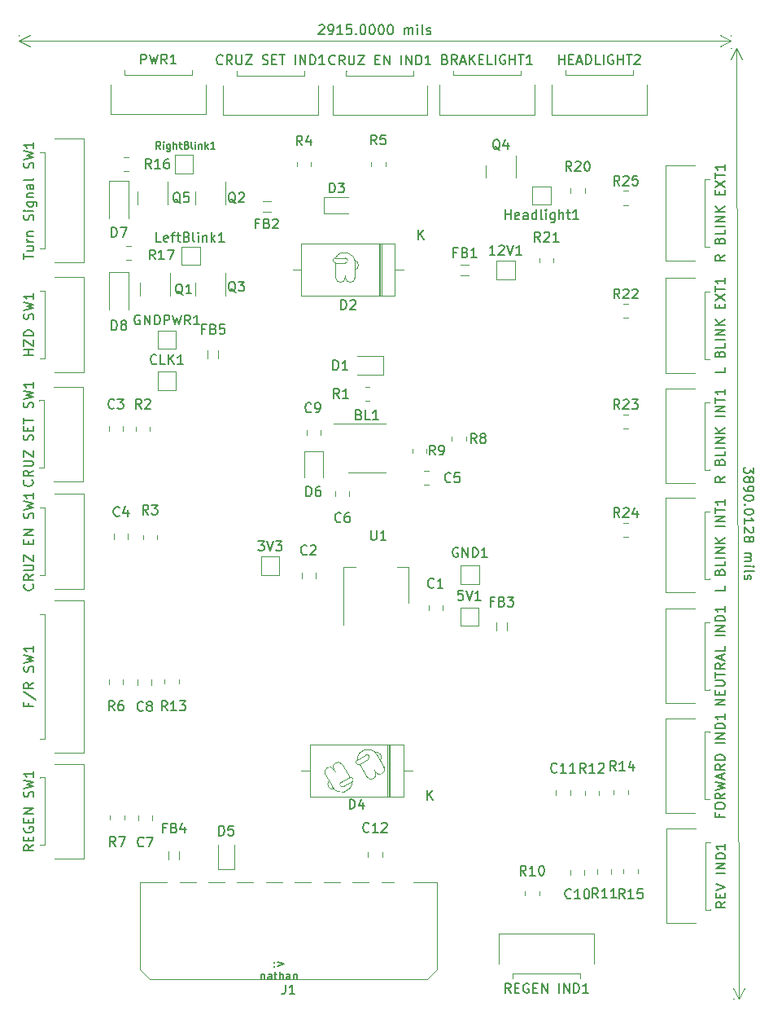
<source format=gbr>
G04 #@! TF.GenerationSoftware,KiCad,Pcbnew,(6.0.8)*
G04 #@! TF.CreationDate,2023-01-06T14:50:39-06:00*
G04 #@! TF.ProjectId,Controls-LightingPCB,436f6e74-726f-46c7-932d-4c6967687469,rev?*
G04 #@! TF.SameCoordinates,Original*
G04 #@! TF.FileFunction,Legend,Top*
G04 #@! TF.FilePolarity,Positive*
%FSLAX46Y46*%
G04 Gerber Fmt 4.6, Leading zero omitted, Abs format (unit mm)*
G04 Created by KiCad (PCBNEW (6.0.8)) date 2023-01-06 14:50:39*
%MOMM*%
%LPD*%
G01*
G04 APERTURE LIST*
%ADD10C,0.120000*%
%ADD11C,0.150000*%
G04 APERTURE END LIST*
D10*
X141776025Y-66227988D02*
G75*
G03*
X141776028Y-65720012I-25J253988D01*
G01*
X140760030Y-67752013D02*
G75*
G03*
X141776026Y-67752013I507998J8D01*
G01*
X142791970Y-66228012D02*
G75*
G03*
X140760027Y-65720013I-1079470J12D01*
G01*
X143275118Y-118342147D02*
X144155000Y-117834147D01*
X141342727Y-120219729D02*
G75*
G03*
X141596764Y-120659734I127073J-219971D01*
G01*
X140760027Y-65720013D02*
X141776028Y-65720012D01*
X142476618Y-120151685D02*
G75*
G03*
X142222646Y-119711793I-126918J219985D01*
G01*
X144155020Y-117834182D02*
G75*
G03*
X143901000Y-117394206I-127020J219982D01*
G01*
X145415809Y-117985999D02*
G75*
G03*
X144907882Y-117106177I-416809J345899D01*
G01*
X140580703Y-118900005D02*
G75*
G03*
X139700882Y-119407970I-439903J-253995D01*
G01*
X141460613Y-118391989D02*
G75*
G03*
X140580764Y-118899970I-439913J-254011D01*
G01*
X142792014Y-66989989D02*
G75*
G03*
X142792027Y-65974016I-188014J507989D01*
G01*
X140760028Y-66228014D02*
X140760029Y-67752013D01*
X144917000Y-119153970D02*
X144790000Y-118934000D01*
X143275118Y-118342147D02*
X144037118Y-119661970D01*
X144916912Y-119154021D02*
G75*
G03*
X145796882Y-118645970I439988J254021D01*
G01*
X140760028Y-66228014D02*
X141776025Y-66228016D01*
X145034882Y-117326147D02*
X145796882Y-118645970D01*
X144037153Y-119661950D02*
G75*
G03*
X144917000Y-119153970I439947J253950D01*
G01*
X140580764Y-118899970D02*
X140707764Y-119119940D01*
X142476646Y-120151734D02*
X141596764Y-120659734D01*
X140760027Y-65719986D02*
G75*
G03*
X140760028Y-66228014I-127J-254014D01*
G01*
X143021118Y-117902206D02*
X143901000Y-117394206D01*
X142222646Y-119711793D02*
X141460646Y-118391970D01*
X140462882Y-120727793D02*
X139700882Y-119407970D01*
X141776027Y-67752013D02*
G75*
G03*
X142792029Y-67752013I508001J11D01*
G01*
X141776026Y-67752013D02*
X141776028Y-67498014D01*
X140462926Y-120727768D02*
G75*
G03*
X142476646Y-120151734I934874J539668D01*
G01*
X142222646Y-119711793D02*
X141342764Y-120219793D01*
X142792028Y-66228012D02*
X142792029Y-67752013D01*
X140081859Y-120067862D02*
G75*
G03*
X140589882Y-120947763I416841J-345938D01*
G01*
X143021129Y-117902225D02*
G75*
G03*
X143275118Y-118342147I126971J-219975D01*
G01*
X145034915Y-117326128D02*
G75*
G03*
X143021118Y-117902206I-934915J-539672D01*
G01*
D11*
X134378761Y-139341714D02*
X134416857Y-139379809D01*
X134378761Y-139417904D01*
X134340666Y-139379809D01*
X134378761Y-139341714D01*
X134378761Y-139417904D01*
X134378761Y-138922666D02*
X134416857Y-138960761D01*
X134378761Y-138998857D01*
X134340666Y-138960761D01*
X134378761Y-138922666D01*
X134378761Y-138998857D01*
X134759714Y-138884571D02*
X135369238Y-139113142D01*
X134759714Y-139341714D01*
X133026380Y-140172571D02*
X133026380Y-140705904D01*
X133026380Y-140248761D02*
X133064476Y-140210666D01*
X133140666Y-140172571D01*
X133254952Y-140172571D01*
X133331142Y-140210666D01*
X133369238Y-140286857D01*
X133369238Y-140705904D01*
X134093047Y-140705904D02*
X134093047Y-140286857D01*
X134054952Y-140210666D01*
X133978761Y-140172571D01*
X133826380Y-140172571D01*
X133750190Y-140210666D01*
X134093047Y-140667809D02*
X134016857Y-140705904D01*
X133826380Y-140705904D01*
X133750190Y-140667809D01*
X133712095Y-140591619D01*
X133712095Y-140515428D01*
X133750190Y-140439238D01*
X133826380Y-140401142D01*
X134016857Y-140401142D01*
X134093047Y-140363047D01*
X134359714Y-140172571D02*
X134664476Y-140172571D01*
X134474000Y-139905904D02*
X134474000Y-140591619D01*
X134512095Y-140667809D01*
X134588285Y-140705904D01*
X134664476Y-140705904D01*
X134931142Y-140705904D02*
X134931142Y-139905904D01*
X135274000Y-140705904D02*
X135274000Y-140286857D01*
X135235904Y-140210666D01*
X135159714Y-140172571D01*
X135045428Y-140172571D01*
X134969238Y-140210666D01*
X134931142Y-140248761D01*
X135997809Y-140705904D02*
X135997809Y-140286857D01*
X135959714Y-140210666D01*
X135883523Y-140172571D01*
X135731142Y-140172571D01*
X135654952Y-140210666D01*
X135997809Y-140667809D02*
X135921619Y-140705904D01*
X135731142Y-140705904D01*
X135654952Y-140667809D01*
X135616857Y-140591619D01*
X135616857Y-140515428D01*
X135654952Y-140439238D01*
X135731142Y-140401142D01*
X135921619Y-140401142D01*
X135997809Y-140363047D01*
X136378761Y-140172571D02*
X136378761Y-140705904D01*
X136378761Y-140248761D02*
X136416857Y-140210666D01*
X136493047Y-140172571D01*
X136607333Y-140172571D01*
X136683523Y-140210666D01*
X136721619Y-140286857D01*
X136721619Y-140705904D01*
X184265555Y-87483949D02*
X184267146Y-88102995D01*
X183885338Y-87770642D01*
X183885705Y-87913499D01*
X183838331Y-88008859D01*
X183790835Y-88056600D01*
X183695720Y-88104464D01*
X183457625Y-88105076D01*
X183362265Y-88057702D01*
X183314524Y-88010205D01*
X183266660Y-87915090D01*
X183265925Y-87629377D01*
X183313299Y-87534016D01*
X183360796Y-87486275D01*
X183840045Y-88675523D02*
X183887419Y-88580163D01*
X183934916Y-88532422D01*
X184030031Y-88484558D01*
X184077650Y-88484436D01*
X184173010Y-88531810D01*
X184220751Y-88579306D01*
X184268615Y-88674421D01*
X184269105Y-88864897D01*
X184221731Y-88960257D01*
X184174234Y-89007999D01*
X184079119Y-89055862D01*
X184031500Y-89055985D01*
X183936140Y-89008611D01*
X183888399Y-88961114D01*
X183840535Y-88865999D01*
X183840045Y-88675523D01*
X183792181Y-88580408D01*
X183744440Y-88532911D01*
X183649080Y-88485537D01*
X183458604Y-88486027D01*
X183363489Y-88533891D01*
X183315993Y-88581632D01*
X183268619Y-88676992D01*
X183269108Y-88867468D01*
X183316972Y-88962583D01*
X183364713Y-89010080D01*
X183460073Y-89057454D01*
X183650549Y-89056964D01*
X183745664Y-89009100D01*
X183793161Y-88961359D01*
X183840535Y-88865999D01*
X183270822Y-89534132D02*
X183271312Y-89724608D01*
X183319175Y-89819723D01*
X183366917Y-89867220D01*
X183510018Y-89962090D01*
X183700616Y-90009219D01*
X184081567Y-90008240D01*
X184176683Y-89960376D01*
X184224179Y-89912635D01*
X184271553Y-89817275D01*
X184271063Y-89626799D01*
X184223200Y-89531684D01*
X184175458Y-89484187D01*
X184080098Y-89436813D01*
X183842004Y-89437425D01*
X183746888Y-89485289D01*
X183699392Y-89533030D01*
X183652018Y-89628391D01*
X183652508Y-89818866D01*
X183700371Y-89913982D01*
X183748113Y-89961478D01*
X183843473Y-90008852D01*
X184273634Y-90626796D02*
X184273879Y-90722034D01*
X184226505Y-90817394D01*
X184179008Y-90865135D01*
X184083893Y-90912999D01*
X183893540Y-90961108D01*
X183655445Y-90961720D01*
X183464848Y-90914590D01*
X183369487Y-90867216D01*
X183321746Y-90819720D01*
X183273882Y-90724604D01*
X183273637Y-90629367D01*
X183321012Y-90534006D01*
X183368508Y-90486265D01*
X183463623Y-90438401D01*
X183653977Y-90390293D01*
X183892071Y-90389681D01*
X184082669Y-90436810D01*
X184178029Y-90484184D01*
X184225770Y-90531681D01*
X184273634Y-90626796D01*
X183370834Y-91391024D02*
X183323337Y-91438765D01*
X183275596Y-91391269D01*
X183323093Y-91343528D01*
X183370834Y-91391024D01*
X183275596Y-91391269D01*
X184277307Y-92055363D02*
X184277551Y-92150600D01*
X184230177Y-92245961D01*
X184182681Y-92293702D01*
X184087565Y-92341566D01*
X183897212Y-92389674D01*
X183659118Y-92390286D01*
X183468520Y-92343157D01*
X183373160Y-92295783D01*
X183325418Y-92248287D01*
X183277555Y-92153171D01*
X183277310Y-92057933D01*
X183324684Y-91962573D01*
X183372180Y-91914832D01*
X183467296Y-91866968D01*
X183657649Y-91818860D01*
X183895743Y-91818248D01*
X184086341Y-91865377D01*
X184181702Y-91912751D01*
X184229443Y-91960247D01*
X184277307Y-92055363D01*
X183280615Y-93343643D02*
X183279146Y-92772217D01*
X183279881Y-93057930D02*
X184279877Y-93055359D01*
X184136776Y-92960489D01*
X184041293Y-92865496D01*
X183993429Y-92770381D01*
X184186353Y-93722269D02*
X184234095Y-93769765D01*
X184281958Y-93864881D01*
X184282570Y-94102975D01*
X184235196Y-94198335D01*
X184187700Y-94246076D01*
X184092584Y-94293940D01*
X183997347Y-94294185D01*
X183854368Y-94246933D01*
X183281472Y-93676976D01*
X183283063Y-94296021D01*
X183855959Y-94865979D02*
X183903333Y-94770619D01*
X183950830Y-94722877D01*
X184045945Y-94675014D01*
X184093564Y-94674891D01*
X184188924Y-94722265D01*
X184236665Y-94769762D01*
X184284529Y-94864877D01*
X184285019Y-95055353D01*
X184237645Y-95150713D01*
X184190148Y-95198454D01*
X184095033Y-95246318D01*
X184047414Y-95246440D01*
X183952054Y-95199066D01*
X183904312Y-95151570D01*
X183856449Y-95056455D01*
X183855959Y-94865979D01*
X183808095Y-94770864D01*
X183760354Y-94723367D01*
X183664994Y-94675993D01*
X183474518Y-94676483D01*
X183379403Y-94724346D01*
X183331906Y-94772088D01*
X183284532Y-94867448D01*
X183285022Y-95057923D01*
X183332886Y-95153039D01*
X183380627Y-95200535D01*
X183475987Y-95247909D01*
X183666463Y-95247420D01*
X183761578Y-95199556D01*
X183809075Y-95151815D01*
X183856449Y-95056455D01*
X183288572Y-96438871D02*
X183955236Y-96437158D01*
X183859999Y-96437402D02*
X183907740Y-96484899D01*
X183955604Y-96580014D01*
X183955971Y-96722871D01*
X183908597Y-96818231D01*
X183813481Y-96866095D01*
X183289674Y-96867441D01*
X183813481Y-96866095D02*
X183908842Y-96913469D01*
X183956705Y-97008584D01*
X183957073Y-97151441D01*
X183909699Y-97246801D01*
X183814583Y-97294665D01*
X183290775Y-97296011D01*
X183292000Y-97772200D02*
X183958664Y-97770486D01*
X184291996Y-97769630D02*
X184244255Y-97722133D01*
X184196758Y-97769874D01*
X184244500Y-97817371D01*
X184291996Y-97769630D01*
X184196758Y-97769874D01*
X183293591Y-98391246D02*
X183340965Y-98295886D01*
X183436080Y-98248022D01*
X184293220Y-98245818D01*
X183342067Y-98724456D02*
X183294693Y-98819816D01*
X183295182Y-99010291D01*
X183343046Y-99105407D01*
X183438406Y-99152781D01*
X183486025Y-99152658D01*
X183581140Y-99104795D01*
X183628514Y-99009434D01*
X183628147Y-98866578D01*
X183675521Y-98771218D01*
X183770637Y-98723354D01*
X183818256Y-98723231D01*
X183913616Y-98770606D01*
X183961479Y-98865721D01*
X183961847Y-99008578D01*
X183914473Y-99103938D01*
D10*
X181999329Y-43943611D02*
X181869581Y-43943945D01*
X182253329Y-142749611D02*
X182123581Y-142749945D01*
X182455999Y-43942437D02*
X182709999Y-142748437D01*
X182455999Y-43942437D02*
X182709999Y-142748437D01*
X182455999Y-43942437D02*
X181872476Y-45070445D01*
X182455999Y-43942437D02*
X183045314Y-45067430D01*
X182709999Y-142748437D02*
X183293522Y-141620429D01*
X182709999Y-142748437D02*
X182120684Y-141623444D01*
D11*
X139033976Y-41577619D02*
X139081595Y-41530000D01*
X139176833Y-41482380D01*
X139414928Y-41482380D01*
X139510166Y-41530000D01*
X139557785Y-41577619D01*
X139605404Y-41672857D01*
X139605404Y-41768095D01*
X139557785Y-41910952D01*
X138986357Y-42482380D01*
X139605404Y-42482380D01*
X140081595Y-42482380D02*
X140272071Y-42482380D01*
X140367309Y-42434761D01*
X140414928Y-42387142D01*
X140510166Y-42244285D01*
X140557785Y-42053809D01*
X140557785Y-41672857D01*
X140510166Y-41577619D01*
X140462547Y-41530000D01*
X140367309Y-41482380D01*
X140176833Y-41482380D01*
X140081595Y-41530000D01*
X140033976Y-41577619D01*
X139986357Y-41672857D01*
X139986357Y-41910952D01*
X140033976Y-42006190D01*
X140081595Y-42053809D01*
X140176833Y-42101428D01*
X140367309Y-42101428D01*
X140462547Y-42053809D01*
X140510166Y-42006190D01*
X140557785Y-41910952D01*
X141510166Y-42482380D02*
X140938738Y-42482380D01*
X141224452Y-42482380D02*
X141224452Y-41482380D01*
X141129214Y-41625238D01*
X141033976Y-41720476D01*
X140938738Y-41768095D01*
X142414928Y-41482380D02*
X141938738Y-41482380D01*
X141891119Y-41958571D01*
X141938738Y-41910952D01*
X142033976Y-41863333D01*
X142272071Y-41863333D01*
X142367309Y-41910952D01*
X142414928Y-41958571D01*
X142462547Y-42053809D01*
X142462547Y-42291904D01*
X142414928Y-42387142D01*
X142367309Y-42434761D01*
X142272071Y-42482380D01*
X142033976Y-42482380D01*
X141938738Y-42434761D01*
X141891119Y-42387142D01*
X142891119Y-42387142D02*
X142938738Y-42434761D01*
X142891119Y-42482380D01*
X142843500Y-42434761D01*
X142891119Y-42387142D01*
X142891119Y-42482380D01*
X143557785Y-41482380D02*
X143653023Y-41482380D01*
X143748261Y-41530000D01*
X143795880Y-41577619D01*
X143843500Y-41672857D01*
X143891119Y-41863333D01*
X143891119Y-42101428D01*
X143843500Y-42291904D01*
X143795880Y-42387142D01*
X143748261Y-42434761D01*
X143653023Y-42482380D01*
X143557785Y-42482380D01*
X143462547Y-42434761D01*
X143414928Y-42387142D01*
X143367309Y-42291904D01*
X143319690Y-42101428D01*
X143319690Y-41863333D01*
X143367309Y-41672857D01*
X143414928Y-41577619D01*
X143462547Y-41530000D01*
X143557785Y-41482380D01*
X144510166Y-41482380D02*
X144605404Y-41482380D01*
X144700642Y-41530000D01*
X144748261Y-41577619D01*
X144795880Y-41672857D01*
X144843500Y-41863333D01*
X144843500Y-42101428D01*
X144795880Y-42291904D01*
X144748261Y-42387142D01*
X144700642Y-42434761D01*
X144605404Y-42482380D01*
X144510166Y-42482380D01*
X144414928Y-42434761D01*
X144367309Y-42387142D01*
X144319690Y-42291904D01*
X144272071Y-42101428D01*
X144272071Y-41863333D01*
X144319690Y-41672857D01*
X144367309Y-41577619D01*
X144414928Y-41530000D01*
X144510166Y-41482380D01*
X145462547Y-41482380D02*
X145557785Y-41482380D01*
X145653023Y-41530000D01*
X145700642Y-41577619D01*
X145748261Y-41672857D01*
X145795880Y-41863333D01*
X145795880Y-42101428D01*
X145748261Y-42291904D01*
X145700642Y-42387142D01*
X145653023Y-42434761D01*
X145557785Y-42482380D01*
X145462547Y-42482380D01*
X145367309Y-42434761D01*
X145319690Y-42387142D01*
X145272071Y-42291904D01*
X145224452Y-42101428D01*
X145224452Y-41863333D01*
X145272071Y-41672857D01*
X145319690Y-41577619D01*
X145367309Y-41530000D01*
X145462547Y-41482380D01*
X146414928Y-41482380D02*
X146510166Y-41482380D01*
X146605404Y-41530000D01*
X146653023Y-41577619D01*
X146700642Y-41672857D01*
X146748261Y-41863333D01*
X146748261Y-42101428D01*
X146700642Y-42291904D01*
X146653023Y-42387142D01*
X146605404Y-42434761D01*
X146510166Y-42482380D01*
X146414928Y-42482380D01*
X146319690Y-42434761D01*
X146272071Y-42387142D01*
X146224452Y-42291904D01*
X146176833Y-42101428D01*
X146176833Y-41863333D01*
X146224452Y-41672857D01*
X146272071Y-41577619D01*
X146319690Y-41530000D01*
X146414928Y-41482380D01*
X147938738Y-42482380D02*
X147938738Y-41815714D01*
X147938738Y-41910952D02*
X147986357Y-41863333D01*
X148081595Y-41815714D01*
X148224452Y-41815714D01*
X148319690Y-41863333D01*
X148367309Y-41958571D01*
X148367309Y-42482380D01*
X148367309Y-41958571D02*
X148414928Y-41863333D01*
X148510166Y-41815714D01*
X148653023Y-41815714D01*
X148748261Y-41863333D01*
X148795880Y-41958571D01*
X148795880Y-42482380D01*
X149272071Y-42482380D02*
X149272071Y-41815714D01*
X149272071Y-41482380D02*
X149224452Y-41530000D01*
X149272071Y-41577619D01*
X149319690Y-41530000D01*
X149272071Y-41482380D01*
X149272071Y-41577619D01*
X149891119Y-42482380D02*
X149795880Y-42434761D01*
X149748261Y-42339523D01*
X149748261Y-41482380D01*
X150224452Y-42434761D02*
X150319690Y-42482380D01*
X150510166Y-42482380D01*
X150605404Y-42434761D01*
X150653023Y-42339523D01*
X150653023Y-42291904D01*
X150605404Y-42196666D01*
X150510166Y-42149047D01*
X150367309Y-42149047D01*
X150272071Y-42101428D01*
X150224452Y-42006190D01*
X150224452Y-41958571D01*
X150272071Y-41863333D01*
X150367309Y-41815714D01*
X150510166Y-41815714D01*
X150605404Y-41863333D01*
D10*
X107823000Y-42680000D02*
X107823000Y-42593580D01*
X181864000Y-42680000D02*
X181864000Y-42593580D01*
X107823000Y-43180000D02*
X181864000Y-43180000D01*
X107823000Y-43180000D02*
X181864000Y-43180000D01*
X107823000Y-43180000D02*
X108949504Y-43766421D01*
X107823000Y-43180000D02*
X108949504Y-42593579D01*
X181864000Y-43180000D02*
X180737496Y-42593579D01*
X181864000Y-43180000D02*
X180737496Y-43766421D01*
D11*
X108803571Y-112019714D02*
X108803571Y-112353047D01*
X109327380Y-112353047D02*
X108327380Y-112353047D01*
X108327380Y-111876857D01*
X108279761Y-110781619D02*
X109565476Y-111638761D01*
X109327380Y-109876857D02*
X108851190Y-110210190D01*
X109327380Y-110448285D02*
X108327380Y-110448285D01*
X108327380Y-110067333D01*
X108375000Y-109972095D01*
X108422619Y-109924476D01*
X108517857Y-109876857D01*
X108660714Y-109876857D01*
X108755952Y-109924476D01*
X108803571Y-109972095D01*
X108851190Y-110067333D01*
X108851190Y-110448285D01*
X109279761Y-108734000D02*
X109327380Y-108591142D01*
X109327380Y-108353047D01*
X109279761Y-108257809D01*
X109232142Y-108210190D01*
X109136904Y-108162571D01*
X109041666Y-108162571D01*
X108946428Y-108210190D01*
X108898809Y-108257809D01*
X108851190Y-108353047D01*
X108803571Y-108543523D01*
X108755952Y-108638761D01*
X108708333Y-108686380D01*
X108613095Y-108734000D01*
X108517857Y-108734000D01*
X108422619Y-108686380D01*
X108375000Y-108638761D01*
X108327380Y-108543523D01*
X108327380Y-108305428D01*
X108375000Y-108162571D01*
X108327380Y-107829238D02*
X109327380Y-107591142D01*
X108613095Y-107400666D01*
X109327380Y-107210190D01*
X108327380Y-106972095D01*
X109327380Y-106067333D02*
X109327380Y-106638761D01*
X109327380Y-106353047D02*
X108327380Y-106353047D01*
X108470238Y-106448285D01*
X108565476Y-106543523D01*
X108613095Y-106638761D01*
X120543333Y-81396380D02*
X120210000Y-80920190D01*
X119971904Y-81396380D02*
X119971904Y-80396380D01*
X120352857Y-80396380D01*
X120448095Y-80444000D01*
X120495714Y-80491619D01*
X120543333Y-80586857D01*
X120543333Y-80729714D01*
X120495714Y-80824952D01*
X120448095Y-80872571D01*
X120352857Y-80920190D01*
X119971904Y-80920190D01*
X120924285Y-80491619D02*
X120971904Y-80444000D01*
X121067142Y-80396380D01*
X121305238Y-80396380D01*
X121400476Y-80444000D01*
X121448095Y-80491619D01*
X121495714Y-80586857D01*
X121495714Y-80682095D01*
X121448095Y-80824952D01*
X120876666Y-81396380D01*
X121495714Y-81396380D01*
X170837142Y-132296380D02*
X170503809Y-131820190D01*
X170265714Y-132296380D02*
X170265714Y-131296380D01*
X170646666Y-131296380D01*
X170741904Y-131344000D01*
X170789523Y-131391619D01*
X170837142Y-131486857D01*
X170837142Y-131629714D01*
X170789523Y-131724952D01*
X170741904Y-131772571D01*
X170646666Y-131820190D01*
X170265714Y-131820190D01*
X171789523Y-132296380D02*
X171218095Y-132296380D01*
X171503809Y-132296380D02*
X171503809Y-131296380D01*
X171408571Y-131439238D01*
X171313333Y-131534476D01*
X171218095Y-131582095D01*
X172694285Y-131296380D02*
X172218095Y-131296380D01*
X172170476Y-131772571D01*
X172218095Y-131724952D01*
X172313333Y-131677333D01*
X172551428Y-131677333D01*
X172646666Y-131724952D01*
X172694285Y-131772571D01*
X172741904Y-131867809D01*
X172741904Y-132105904D01*
X172694285Y-132201142D01*
X172646666Y-132248761D01*
X172551428Y-132296380D01*
X172313333Y-132296380D01*
X172218095Y-132248761D01*
X172170476Y-132201142D01*
X170317142Y-69936380D02*
X169983809Y-69460190D01*
X169745714Y-69936380D02*
X169745714Y-68936380D01*
X170126666Y-68936380D01*
X170221904Y-68984000D01*
X170269523Y-69031619D01*
X170317142Y-69126857D01*
X170317142Y-69269714D01*
X170269523Y-69364952D01*
X170221904Y-69412571D01*
X170126666Y-69460190D01*
X169745714Y-69460190D01*
X170698095Y-69031619D02*
X170745714Y-68984000D01*
X170840952Y-68936380D01*
X171079047Y-68936380D01*
X171174285Y-68984000D01*
X171221904Y-69031619D01*
X171269523Y-69126857D01*
X171269523Y-69222095D01*
X171221904Y-69364952D01*
X170650476Y-69936380D01*
X171269523Y-69936380D01*
X171650476Y-69031619D02*
X171698095Y-68984000D01*
X171793333Y-68936380D01*
X172031428Y-68936380D01*
X172126666Y-68984000D01*
X172174285Y-69031619D01*
X172221904Y-69126857D01*
X172221904Y-69222095D01*
X172174285Y-69364952D01*
X171602857Y-69936380D01*
X172221904Y-69936380D01*
X117471904Y-73226380D02*
X117471904Y-72226380D01*
X117710000Y-72226380D01*
X117852857Y-72274000D01*
X117948095Y-72369238D01*
X117995714Y-72464476D01*
X118043333Y-72654952D01*
X118043333Y-72797809D01*
X117995714Y-72988285D01*
X117948095Y-73083523D01*
X117852857Y-73178761D01*
X117710000Y-73226380D01*
X117471904Y-73226380D01*
X118614761Y-72654952D02*
X118519523Y-72607333D01*
X118471904Y-72559714D01*
X118424285Y-72464476D01*
X118424285Y-72416857D01*
X118471904Y-72321619D01*
X118519523Y-72274000D01*
X118614761Y-72226380D01*
X118805238Y-72226380D01*
X118900476Y-72274000D01*
X118948095Y-72321619D01*
X118995714Y-72416857D01*
X118995714Y-72464476D01*
X118948095Y-72559714D01*
X118900476Y-72607333D01*
X118805238Y-72654952D01*
X118614761Y-72654952D01*
X118519523Y-72702571D01*
X118471904Y-72750190D01*
X118424285Y-72845428D01*
X118424285Y-73035904D01*
X118471904Y-73131142D01*
X118519523Y-73178761D01*
X118614761Y-73226380D01*
X118805238Y-73226380D01*
X118900476Y-73178761D01*
X118948095Y-73131142D01*
X118995714Y-73035904D01*
X118995714Y-72845428D01*
X118948095Y-72750190D01*
X118900476Y-72702571D01*
X118805238Y-72654952D01*
X127196666Y-73102571D02*
X126863333Y-73102571D01*
X126863333Y-73626380D02*
X126863333Y-72626380D01*
X127339523Y-72626380D01*
X128053809Y-73102571D02*
X128196666Y-73150190D01*
X128244285Y-73197809D01*
X128291904Y-73293047D01*
X128291904Y-73435904D01*
X128244285Y-73531142D01*
X128196666Y-73578761D01*
X128101428Y-73626380D01*
X127720476Y-73626380D01*
X127720476Y-72626380D01*
X128053809Y-72626380D01*
X128149047Y-72674000D01*
X128196666Y-72721619D01*
X128244285Y-72816857D01*
X128244285Y-72912095D01*
X128196666Y-73007333D01*
X128149047Y-73054952D01*
X128053809Y-73102571D01*
X127720476Y-73102571D01*
X129196666Y-72626380D02*
X128720476Y-72626380D01*
X128672857Y-73102571D01*
X128720476Y-73054952D01*
X128815714Y-73007333D01*
X129053809Y-73007333D01*
X129149047Y-73054952D01*
X129196666Y-73102571D01*
X129244285Y-73197809D01*
X129244285Y-73435904D01*
X129196666Y-73531142D01*
X129149047Y-73578761D01*
X129053809Y-73626380D01*
X128815714Y-73626380D01*
X128720476Y-73578761D01*
X128672857Y-73531142D01*
X137773333Y-96491142D02*
X137725714Y-96538761D01*
X137582857Y-96586380D01*
X137487619Y-96586380D01*
X137344761Y-96538761D01*
X137249523Y-96443523D01*
X137201904Y-96348285D01*
X137154285Y-96157809D01*
X137154285Y-96014952D01*
X137201904Y-95824476D01*
X137249523Y-95729238D01*
X137344761Y-95634000D01*
X137487619Y-95586380D01*
X137582857Y-95586380D01*
X137725714Y-95634000D01*
X137773333Y-95681619D01*
X138154285Y-95681619D02*
X138201904Y-95634000D01*
X138297142Y-95586380D01*
X138535238Y-95586380D01*
X138630476Y-95634000D01*
X138678095Y-95681619D01*
X138725714Y-95776857D01*
X138725714Y-95872095D01*
X138678095Y-96014952D01*
X138106666Y-96586380D01*
X138725714Y-96586380D01*
X154013333Y-100287380D02*
X153537142Y-100287380D01*
X153489523Y-100763571D01*
X153537142Y-100715952D01*
X153632380Y-100668333D01*
X153870476Y-100668333D01*
X153965714Y-100715952D01*
X154013333Y-100763571D01*
X154060952Y-100858809D01*
X154060952Y-101096904D01*
X154013333Y-101192142D01*
X153965714Y-101239761D01*
X153870476Y-101287380D01*
X153632380Y-101287380D01*
X153537142Y-101239761D01*
X153489523Y-101192142D01*
X154346666Y-100287380D02*
X154680000Y-101287380D01*
X155013333Y-100287380D01*
X155870476Y-101287380D02*
X155299047Y-101287380D01*
X155584761Y-101287380D02*
X155584761Y-100287380D01*
X155489523Y-100430238D01*
X155394285Y-100525476D01*
X155299047Y-100573095D01*
X123116666Y-124958571D02*
X122783333Y-124958571D01*
X122783333Y-125482380D02*
X122783333Y-124482380D01*
X123259523Y-124482380D01*
X123973809Y-124958571D02*
X124116666Y-125006190D01*
X124164285Y-125053809D01*
X124211904Y-125149047D01*
X124211904Y-125291904D01*
X124164285Y-125387142D01*
X124116666Y-125434761D01*
X124021428Y-125482380D01*
X123640476Y-125482380D01*
X123640476Y-124482380D01*
X123973809Y-124482380D01*
X124069047Y-124530000D01*
X124116666Y-124577619D01*
X124164285Y-124672857D01*
X124164285Y-124768095D01*
X124116666Y-124863333D01*
X124069047Y-124910952D01*
X123973809Y-124958571D01*
X123640476Y-124958571D01*
X125069047Y-124815714D02*
X125069047Y-125482380D01*
X124830952Y-124434761D02*
X124592857Y-125149047D01*
X125211904Y-125149047D01*
X170317142Y-81436380D02*
X169983809Y-80960190D01*
X169745714Y-81436380D02*
X169745714Y-80436380D01*
X170126666Y-80436380D01*
X170221904Y-80484000D01*
X170269523Y-80531619D01*
X170317142Y-80626857D01*
X170317142Y-80769714D01*
X170269523Y-80864952D01*
X170221904Y-80912571D01*
X170126666Y-80960190D01*
X169745714Y-80960190D01*
X170698095Y-80531619D02*
X170745714Y-80484000D01*
X170840952Y-80436380D01*
X171079047Y-80436380D01*
X171174285Y-80484000D01*
X171221904Y-80531619D01*
X171269523Y-80626857D01*
X171269523Y-80722095D01*
X171221904Y-80864952D01*
X170650476Y-81436380D01*
X171269523Y-81436380D01*
X171602857Y-80436380D02*
X172221904Y-80436380D01*
X171888571Y-80817333D01*
X172031428Y-80817333D01*
X172126666Y-80864952D01*
X172174285Y-80912571D01*
X172221904Y-81007809D01*
X172221904Y-81245904D01*
X172174285Y-81341142D01*
X172126666Y-81388761D01*
X172031428Y-81436380D01*
X171745714Y-81436380D01*
X171650476Y-81388761D01*
X171602857Y-81341142D01*
X137293333Y-54023380D02*
X136960000Y-53547190D01*
X136721904Y-54023380D02*
X136721904Y-53023380D01*
X137102857Y-53023380D01*
X137198095Y-53071000D01*
X137245714Y-53118619D01*
X137293333Y-53213857D01*
X137293333Y-53356714D01*
X137245714Y-53451952D01*
X137198095Y-53499571D01*
X137102857Y-53547190D01*
X136721904Y-53547190D01*
X138150476Y-53356714D02*
X138150476Y-54023380D01*
X137912380Y-52975761D02*
X137674285Y-53690047D01*
X138293333Y-53690047D01*
X165317142Y-56686380D02*
X164983809Y-56210190D01*
X164745714Y-56686380D02*
X164745714Y-55686380D01*
X165126666Y-55686380D01*
X165221904Y-55734000D01*
X165269523Y-55781619D01*
X165317142Y-55876857D01*
X165317142Y-56019714D01*
X165269523Y-56114952D01*
X165221904Y-56162571D01*
X165126666Y-56210190D01*
X164745714Y-56210190D01*
X165698095Y-55781619D02*
X165745714Y-55734000D01*
X165840952Y-55686380D01*
X166079047Y-55686380D01*
X166174285Y-55734000D01*
X166221904Y-55781619D01*
X166269523Y-55876857D01*
X166269523Y-55972095D01*
X166221904Y-56114952D01*
X165650476Y-56686380D01*
X166269523Y-56686380D01*
X166888571Y-55686380D02*
X166983809Y-55686380D01*
X167079047Y-55734000D01*
X167126666Y-55781619D01*
X167174285Y-55876857D01*
X167221904Y-56067333D01*
X167221904Y-56305428D01*
X167174285Y-56495904D01*
X167126666Y-56591142D01*
X167079047Y-56638761D01*
X166983809Y-56686380D01*
X166888571Y-56686380D01*
X166793333Y-56638761D01*
X166745714Y-56591142D01*
X166698095Y-56495904D01*
X166650476Y-56305428D01*
X166650476Y-56067333D01*
X166698095Y-55876857D01*
X166745714Y-55781619D01*
X166793333Y-55734000D01*
X166888571Y-55686380D01*
X150983333Y-99931142D02*
X150935714Y-99978761D01*
X150792857Y-100026380D01*
X150697619Y-100026380D01*
X150554761Y-99978761D01*
X150459523Y-99883523D01*
X150411904Y-99788285D01*
X150364285Y-99597809D01*
X150364285Y-99454952D01*
X150411904Y-99264476D01*
X150459523Y-99169238D01*
X150554761Y-99074000D01*
X150697619Y-99026380D01*
X150792857Y-99026380D01*
X150935714Y-99074000D01*
X150983333Y-99121619D01*
X151935714Y-100026380D02*
X151364285Y-100026380D01*
X151650000Y-100026380D02*
X151650000Y-99026380D01*
X151554761Y-99169238D01*
X151459523Y-99264476D01*
X151364285Y-99312095D01*
X130364761Y-60031619D02*
X130269523Y-59984000D01*
X130174285Y-59888761D01*
X130031428Y-59745904D01*
X129936190Y-59698285D01*
X129840952Y-59698285D01*
X129888571Y-59936380D02*
X129793333Y-59888761D01*
X129698095Y-59793523D01*
X129650476Y-59603047D01*
X129650476Y-59269714D01*
X129698095Y-59079238D01*
X129793333Y-58984000D01*
X129888571Y-58936380D01*
X130079047Y-58936380D01*
X130174285Y-58984000D01*
X130269523Y-59079238D01*
X130317142Y-59269714D01*
X130317142Y-59603047D01*
X130269523Y-59793523D01*
X130174285Y-59888761D01*
X130079047Y-59936380D01*
X129888571Y-59936380D01*
X130698095Y-59031619D02*
X130745714Y-58984000D01*
X130840952Y-58936380D01*
X131079047Y-58936380D01*
X131174285Y-58984000D01*
X131221904Y-59031619D01*
X131269523Y-59126857D01*
X131269523Y-59222095D01*
X131221904Y-59364952D01*
X130650476Y-59936380D01*
X131269523Y-59936380D01*
X137711904Y-90495380D02*
X137711904Y-89495380D01*
X137950000Y-89495380D01*
X138092857Y-89543000D01*
X138188095Y-89638238D01*
X138235714Y-89733476D01*
X138283333Y-89923952D01*
X138283333Y-90066809D01*
X138235714Y-90257285D01*
X138188095Y-90352523D01*
X138092857Y-90447761D01*
X137950000Y-90495380D01*
X137711904Y-90495380D01*
X139140476Y-89495380D02*
X138950000Y-89495380D01*
X138854761Y-89543000D01*
X138807142Y-89590619D01*
X138711904Y-89733476D01*
X138664285Y-89923952D01*
X138664285Y-90304904D01*
X138711904Y-90400142D01*
X138759523Y-90447761D01*
X138854761Y-90495380D01*
X139045238Y-90495380D01*
X139140476Y-90447761D01*
X139188095Y-90400142D01*
X139235714Y-90304904D01*
X139235714Y-90066809D01*
X139188095Y-89971571D01*
X139140476Y-89923952D01*
X139045238Y-89876333D01*
X138854761Y-89876333D01*
X138759523Y-89923952D01*
X138711904Y-89971571D01*
X138664285Y-90066809D01*
X122138571Y-76682142D02*
X122090952Y-76729761D01*
X121948095Y-76777380D01*
X121852857Y-76777380D01*
X121710000Y-76729761D01*
X121614761Y-76634523D01*
X121567142Y-76539285D01*
X121519523Y-76348809D01*
X121519523Y-76205952D01*
X121567142Y-76015476D01*
X121614761Y-75920238D01*
X121710000Y-75825000D01*
X121852857Y-75777380D01*
X121948095Y-75777380D01*
X122090952Y-75825000D01*
X122138571Y-75872619D01*
X123043333Y-76777380D02*
X122567142Y-76777380D01*
X122567142Y-75777380D01*
X123376666Y-76777380D02*
X123376666Y-75777380D01*
X123948095Y-76777380D02*
X123519523Y-76205952D01*
X123948095Y-75777380D02*
X123376666Y-76348809D01*
X124900476Y-76777380D02*
X124329047Y-76777380D01*
X124614761Y-76777380D02*
X124614761Y-75777380D01*
X124519523Y-75920238D01*
X124424285Y-76015476D01*
X124329047Y-76063095D01*
X122560714Y-54393285D02*
X122310714Y-54036142D01*
X122132142Y-54393285D02*
X122132142Y-53643285D01*
X122417857Y-53643285D01*
X122489285Y-53679000D01*
X122525000Y-53714714D01*
X122560714Y-53786142D01*
X122560714Y-53893285D01*
X122525000Y-53964714D01*
X122489285Y-54000428D01*
X122417857Y-54036142D01*
X122132142Y-54036142D01*
X122882142Y-54393285D02*
X122882142Y-53893285D01*
X122882142Y-53643285D02*
X122846428Y-53679000D01*
X122882142Y-53714714D01*
X122917857Y-53679000D01*
X122882142Y-53643285D01*
X122882142Y-53714714D01*
X123560714Y-53893285D02*
X123560714Y-54500428D01*
X123525000Y-54571857D01*
X123489285Y-54607571D01*
X123417857Y-54643285D01*
X123310714Y-54643285D01*
X123239285Y-54607571D01*
X123560714Y-54357571D02*
X123489285Y-54393285D01*
X123346428Y-54393285D01*
X123275000Y-54357571D01*
X123239285Y-54321857D01*
X123203571Y-54250428D01*
X123203571Y-54036142D01*
X123239285Y-53964714D01*
X123275000Y-53929000D01*
X123346428Y-53893285D01*
X123489285Y-53893285D01*
X123560714Y-53929000D01*
X123917857Y-54393285D02*
X123917857Y-53643285D01*
X124239285Y-54393285D02*
X124239285Y-54000428D01*
X124203571Y-53929000D01*
X124132142Y-53893285D01*
X124025000Y-53893285D01*
X123953571Y-53929000D01*
X123917857Y-53964714D01*
X124489285Y-53893285D02*
X124775000Y-53893285D01*
X124596428Y-53643285D02*
X124596428Y-54286142D01*
X124632142Y-54357571D01*
X124703571Y-54393285D01*
X124775000Y-54393285D01*
X125275000Y-54000428D02*
X125382142Y-54036142D01*
X125417857Y-54071857D01*
X125453571Y-54143285D01*
X125453571Y-54250428D01*
X125417857Y-54321857D01*
X125382142Y-54357571D01*
X125310714Y-54393285D01*
X125025000Y-54393285D01*
X125025000Y-53643285D01*
X125275000Y-53643285D01*
X125346428Y-53679000D01*
X125382142Y-53714714D01*
X125417857Y-53786142D01*
X125417857Y-53857571D01*
X125382142Y-53929000D01*
X125346428Y-53964714D01*
X125275000Y-54000428D01*
X125025000Y-54000428D01*
X125882142Y-54393285D02*
X125810714Y-54357571D01*
X125775000Y-54286142D01*
X125775000Y-53643285D01*
X126167857Y-54393285D02*
X126167857Y-53893285D01*
X126167857Y-53643285D02*
X126132142Y-53679000D01*
X126167857Y-53714714D01*
X126203571Y-53679000D01*
X126167857Y-53643285D01*
X126167857Y-53714714D01*
X126525000Y-53893285D02*
X126525000Y-54393285D01*
X126525000Y-53964714D02*
X126560714Y-53929000D01*
X126632142Y-53893285D01*
X126739285Y-53893285D01*
X126810714Y-53929000D01*
X126846428Y-54000428D01*
X126846428Y-54393285D01*
X127203571Y-54393285D02*
X127203571Y-53643285D01*
X127275000Y-54107571D02*
X127489285Y-54393285D01*
X127489285Y-53893285D02*
X127203571Y-54179000D01*
X128203571Y-54393285D02*
X127775000Y-54393285D01*
X127989285Y-54393285D02*
X127989285Y-53643285D01*
X127917857Y-53750428D01*
X127846428Y-53821857D01*
X127775000Y-53857571D01*
X181322380Y-132644476D02*
X180846190Y-132977809D01*
X181322380Y-133215904D02*
X180322380Y-133215904D01*
X180322380Y-132834952D01*
X180370000Y-132739714D01*
X180417619Y-132692095D01*
X180512857Y-132644476D01*
X180655714Y-132644476D01*
X180750952Y-132692095D01*
X180798571Y-132739714D01*
X180846190Y-132834952D01*
X180846190Y-133215904D01*
X180798571Y-132215904D02*
X180798571Y-131882571D01*
X181322380Y-131739714D02*
X181322380Y-132215904D01*
X180322380Y-132215904D01*
X180322380Y-131739714D01*
X180322380Y-131454000D02*
X181322380Y-131120666D01*
X180322380Y-130787333D01*
X181322380Y-129692095D02*
X180322380Y-129692095D01*
X181322380Y-129215904D02*
X180322380Y-129215904D01*
X181322380Y-128644476D01*
X180322380Y-128644476D01*
X181322380Y-128168285D02*
X180322380Y-128168285D01*
X180322380Y-127930190D01*
X180370000Y-127787333D01*
X180465238Y-127692095D01*
X180560476Y-127644476D01*
X180750952Y-127596857D01*
X180893809Y-127596857D01*
X181084285Y-127644476D01*
X181179523Y-127692095D01*
X181274761Y-127787333D01*
X181322380Y-127930190D01*
X181322380Y-128168285D01*
X181322380Y-126644476D02*
X181322380Y-127215904D01*
X181322380Y-126930190D02*
X180322380Y-126930190D01*
X180465238Y-127025428D01*
X180560476Y-127120666D01*
X180608095Y-127215904D01*
X142221904Y-122992380D02*
X142221904Y-121992380D01*
X142460000Y-121992380D01*
X142602857Y-122040000D01*
X142698095Y-122135238D01*
X142745714Y-122230476D01*
X142793333Y-122420952D01*
X142793333Y-122563809D01*
X142745714Y-122754285D01*
X142698095Y-122849523D01*
X142602857Y-122944761D01*
X142460000Y-122992380D01*
X142221904Y-122992380D01*
X143650476Y-122325714D02*
X143650476Y-122992380D01*
X143412380Y-121944761D02*
X143174285Y-122659047D01*
X143793333Y-122659047D01*
X150318095Y-122036380D02*
X150318095Y-121036380D01*
X150889523Y-122036380D02*
X150460952Y-121464952D01*
X150889523Y-121036380D02*
X150318095Y-121607809D01*
X138223333Y-81690142D02*
X138175714Y-81737761D01*
X138032857Y-81785380D01*
X137937619Y-81785380D01*
X137794761Y-81737761D01*
X137699523Y-81642523D01*
X137651904Y-81547285D01*
X137604285Y-81356809D01*
X137604285Y-81213952D01*
X137651904Y-81023476D01*
X137699523Y-80928238D01*
X137794761Y-80833000D01*
X137937619Y-80785380D01*
X138032857Y-80785380D01*
X138175714Y-80833000D01*
X138223333Y-80880619D01*
X138699523Y-81785380D02*
X138890000Y-81785380D01*
X138985238Y-81737761D01*
X139032857Y-81690142D01*
X139128095Y-81547285D01*
X139175714Y-81356809D01*
X139175714Y-80975857D01*
X139128095Y-80880619D01*
X139080476Y-80833000D01*
X138985238Y-80785380D01*
X138794761Y-80785380D01*
X138699523Y-80833000D01*
X138651904Y-80880619D01*
X138604285Y-80975857D01*
X138604285Y-81213952D01*
X138651904Y-81309190D01*
X138699523Y-81356809D01*
X138794761Y-81404428D01*
X138985238Y-81404428D01*
X139080476Y-81356809D01*
X139128095Y-81309190D01*
X139175714Y-81213952D01*
X117461904Y-63536380D02*
X117461904Y-62536380D01*
X117700000Y-62536380D01*
X117842857Y-62584000D01*
X117938095Y-62679238D01*
X117985714Y-62774476D01*
X118033333Y-62964952D01*
X118033333Y-63107809D01*
X117985714Y-63298285D01*
X117938095Y-63393523D01*
X117842857Y-63488761D01*
X117700000Y-63536380D01*
X117461904Y-63536380D01*
X118366666Y-62536380D02*
X119033333Y-62536380D01*
X118604761Y-63536380D01*
X124614761Y-60031619D02*
X124519523Y-59984000D01*
X124424285Y-59888761D01*
X124281428Y-59745904D01*
X124186190Y-59698285D01*
X124090952Y-59698285D01*
X124138571Y-59936380D02*
X124043333Y-59888761D01*
X123948095Y-59793523D01*
X123900476Y-59603047D01*
X123900476Y-59269714D01*
X123948095Y-59079238D01*
X124043333Y-58984000D01*
X124138571Y-58936380D01*
X124329047Y-58936380D01*
X124424285Y-58984000D01*
X124519523Y-59079238D01*
X124567142Y-59269714D01*
X124567142Y-59603047D01*
X124519523Y-59793523D01*
X124424285Y-59888761D01*
X124329047Y-59936380D01*
X124138571Y-59936380D01*
X125471904Y-58936380D02*
X124995714Y-58936380D01*
X124948095Y-59412571D01*
X124995714Y-59364952D01*
X125090952Y-59317333D01*
X125329047Y-59317333D01*
X125424285Y-59364952D01*
X125471904Y-59412571D01*
X125519523Y-59507809D01*
X125519523Y-59745904D01*
X125471904Y-59841142D01*
X125424285Y-59888761D01*
X125329047Y-59936380D01*
X125090952Y-59936380D01*
X124995714Y-59888761D01*
X124948095Y-59841142D01*
X140131904Y-58936380D02*
X140131904Y-57936380D01*
X140370000Y-57936380D01*
X140512857Y-57984000D01*
X140608095Y-58079238D01*
X140655714Y-58174476D01*
X140703333Y-58364952D01*
X140703333Y-58507809D01*
X140655714Y-58698285D01*
X140608095Y-58793523D01*
X140512857Y-58888761D01*
X140370000Y-58936380D01*
X140131904Y-58936380D01*
X141036666Y-57936380D02*
X141655714Y-57936380D01*
X141322380Y-58317333D01*
X141465238Y-58317333D01*
X141560476Y-58364952D01*
X141608095Y-58412571D01*
X141655714Y-58507809D01*
X141655714Y-58745904D01*
X141608095Y-58841142D01*
X141560476Y-58888761D01*
X141465238Y-58936380D01*
X141179523Y-58936380D01*
X141084285Y-58888761D01*
X141036666Y-58841142D01*
X135536666Y-141246380D02*
X135536666Y-141960666D01*
X135489047Y-142103523D01*
X135393809Y-142198761D01*
X135250952Y-142246380D01*
X135155714Y-142246380D01*
X136536666Y-142246380D02*
X135965238Y-142246380D01*
X136250952Y-142246380D02*
X136250952Y-141246380D01*
X136155714Y-141389238D01*
X136060476Y-141484476D01*
X135965238Y-141532095D01*
X170317142Y-58186380D02*
X169983809Y-57710190D01*
X169745714Y-58186380D02*
X169745714Y-57186380D01*
X170126666Y-57186380D01*
X170221904Y-57234000D01*
X170269523Y-57281619D01*
X170317142Y-57376857D01*
X170317142Y-57519714D01*
X170269523Y-57614952D01*
X170221904Y-57662571D01*
X170126666Y-57710190D01*
X169745714Y-57710190D01*
X170698095Y-57281619D02*
X170745714Y-57234000D01*
X170840952Y-57186380D01*
X171079047Y-57186380D01*
X171174285Y-57234000D01*
X171221904Y-57281619D01*
X171269523Y-57376857D01*
X171269523Y-57472095D01*
X171221904Y-57614952D01*
X170650476Y-58186380D01*
X171269523Y-58186380D01*
X172174285Y-57186380D02*
X171698095Y-57186380D01*
X171650476Y-57662571D01*
X171698095Y-57614952D01*
X171793333Y-57567333D01*
X172031428Y-57567333D01*
X172126666Y-57614952D01*
X172174285Y-57662571D01*
X172221904Y-57757809D01*
X172221904Y-57995904D01*
X172174285Y-58091142D01*
X172126666Y-58138761D01*
X172031428Y-58186380D01*
X171793333Y-58186380D01*
X171698095Y-58138761D01*
X171650476Y-58091142D01*
X163798392Y-119138642D02*
X163750773Y-119186261D01*
X163607916Y-119233880D01*
X163512678Y-119233880D01*
X163369821Y-119186261D01*
X163274583Y-119091023D01*
X163226964Y-118995785D01*
X163179345Y-118805309D01*
X163179345Y-118662452D01*
X163226964Y-118471976D01*
X163274583Y-118376738D01*
X163369821Y-118281500D01*
X163512678Y-118233880D01*
X163607916Y-118233880D01*
X163750773Y-118281500D01*
X163798392Y-118329119D01*
X164750773Y-119233880D02*
X164179345Y-119233880D01*
X164465059Y-119233880D02*
X164465059Y-118233880D01*
X164369821Y-118376738D01*
X164274583Y-118471976D01*
X164179345Y-118519595D01*
X165703154Y-119233880D02*
X165131726Y-119233880D01*
X165417440Y-119233880D02*
X165417440Y-118233880D01*
X165322202Y-118376738D01*
X165226964Y-118471976D01*
X165131726Y-118519595D01*
X160567142Y-129900380D02*
X160233809Y-129424190D01*
X159995714Y-129900380D02*
X159995714Y-128900380D01*
X160376666Y-128900380D01*
X160471904Y-128948000D01*
X160519523Y-128995619D01*
X160567142Y-129090857D01*
X160567142Y-129233714D01*
X160519523Y-129328952D01*
X160471904Y-129376571D01*
X160376666Y-129424190D01*
X159995714Y-129424190D01*
X161519523Y-129900380D02*
X160948095Y-129900380D01*
X161233809Y-129900380D02*
X161233809Y-128900380D01*
X161138571Y-129043238D01*
X161043333Y-129138476D01*
X160948095Y-129186095D01*
X162138571Y-128900380D02*
X162233809Y-128900380D01*
X162329047Y-128948000D01*
X162376666Y-128995619D01*
X162424285Y-129090857D01*
X162471904Y-129281333D01*
X162471904Y-129519428D01*
X162424285Y-129709904D01*
X162376666Y-129805142D01*
X162329047Y-129852761D01*
X162233809Y-129900380D01*
X162138571Y-129900380D01*
X162043333Y-129852761D01*
X161995714Y-129805142D01*
X161948095Y-129709904D01*
X161900476Y-129519428D01*
X161900476Y-129281333D01*
X161948095Y-129090857D01*
X161995714Y-128995619D01*
X162043333Y-128948000D01*
X162138571Y-128900380D01*
X157864761Y-54531619D02*
X157769523Y-54484000D01*
X157674285Y-54388761D01*
X157531428Y-54245904D01*
X157436190Y-54198285D01*
X157340952Y-54198285D01*
X157388571Y-54436380D02*
X157293333Y-54388761D01*
X157198095Y-54293523D01*
X157150476Y-54103047D01*
X157150476Y-53769714D01*
X157198095Y-53579238D01*
X157293333Y-53484000D01*
X157388571Y-53436380D01*
X157579047Y-53436380D01*
X157674285Y-53484000D01*
X157769523Y-53579238D01*
X157817142Y-53769714D01*
X157817142Y-54103047D01*
X157769523Y-54293523D01*
X157674285Y-54388761D01*
X157579047Y-54436380D01*
X157388571Y-54436380D01*
X158674285Y-53769714D02*
X158674285Y-54436380D01*
X158436190Y-53388761D02*
X158198095Y-54103047D01*
X158817142Y-54103047D01*
X141313333Y-93110142D02*
X141265714Y-93157761D01*
X141122857Y-93205380D01*
X141027619Y-93205380D01*
X140884761Y-93157761D01*
X140789523Y-93062523D01*
X140741904Y-92967285D01*
X140694285Y-92776809D01*
X140694285Y-92633952D01*
X140741904Y-92443476D01*
X140789523Y-92348238D01*
X140884761Y-92253000D01*
X141027619Y-92205380D01*
X141122857Y-92205380D01*
X141265714Y-92253000D01*
X141313333Y-92300619D01*
X142170476Y-92205380D02*
X141980000Y-92205380D01*
X141884761Y-92253000D01*
X141837142Y-92300619D01*
X141741904Y-92443476D01*
X141694285Y-92633952D01*
X141694285Y-93014904D01*
X141741904Y-93110142D01*
X141789523Y-93157761D01*
X141884761Y-93205380D01*
X142075238Y-93205380D01*
X142170476Y-93157761D01*
X142218095Y-93110142D01*
X142265714Y-93014904D01*
X142265714Y-92776809D01*
X142218095Y-92681571D01*
X142170476Y-92633952D01*
X142075238Y-92586333D01*
X141884761Y-92586333D01*
X141789523Y-92633952D01*
X141741904Y-92681571D01*
X141694285Y-92776809D01*
X123249642Y-112768880D02*
X122916309Y-112292690D01*
X122678214Y-112768880D02*
X122678214Y-111768880D01*
X123059166Y-111768880D01*
X123154404Y-111816500D01*
X123202023Y-111864119D01*
X123249642Y-111959357D01*
X123249642Y-112102214D01*
X123202023Y-112197452D01*
X123154404Y-112245071D01*
X123059166Y-112292690D01*
X122678214Y-112292690D01*
X124202023Y-112768880D02*
X123630595Y-112768880D01*
X123916309Y-112768880D02*
X123916309Y-111768880D01*
X123821071Y-111911738D01*
X123725833Y-112006976D01*
X123630595Y-112054595D01*
X124535357Y-111768880D02*
X125154404Y-111768880D01*
X124821071Y-112149833D01*
X124963928Y-112149833D01*
X125059166Y-112197452D01*
X125106785Y-112245071D01*
X125154404Y-112340309D01*
X125154404Y-112578404D01*
X125106785Y-112673642D01*
X125059166Y-112721261D01*
X124963928Y-112768880D01*
X124678214Y-112768880D01*
X124582976Y-112721261D01*
X124535357Y-112673642D01*
X155423333Y-84985380D02*
X155090000Y-84509190D01*
X154851904Y-84985380D02*
X154851904Y-83985380D01*
X155232857Y-83985380D01*
X155328095Y-84033000D01*
X155375714Y-84080619D01*
X155423333Y-84175857D01*
X155423333Y-84318714D01*
X155375714Y-84413952D01*
X155328095Y-84461571D01*
X155232857Y-84509190D01*
X154851904Y-84509190D01*
X155994761Y-84413952D02*
X155899523Y-84366333D01*
X155851904Y-84318714D01*
X155804285Y-84223476D01*
X155804285Y-84175857D01*
X155851904Y-84080619D01*
X155899523Y-84033000D01*
X155994761Y-83985380D01*
X156185238Y-83985380D01*
X156280476Y-84033000D01*
X156328095Y-84080619D01*
X156375714Y-84175857D01*
X156375714Y-84223476D01*
X156328095Y-84318714D01*
X156280476Y-84366333D01*
X156185238Y-84413952D01*
X155994761Y-84413952D01*
X155899523Y-84461571D01*
X155851904Y-84509190D01*
X155804285Y-84604428D01*
X155804285Y-84794904D01*
X155851904Y-84890142D01*
X155899523Y-84937761D01*
X155994761Y-84985380D01*
X156185238Y-84985380D01*
X156280476Y-84937761D01*
X156328095Y-84890142D01*
X156375714Y-84794904D01*
X156375714Y-84604428D01*
X156328095Y-84509190D01*
X156280476Y-84461571D01*
X156185238Y-84413952D01*
X158424285Y-61718380D02*
X158424285Y-60718380D01*
X158424285Y-61194571D02*
X158995714Y-61194571D01*
X158995714Y-61718380D02*
X158995714Y-60718380D01*
X159852857Y-61670761D02*
X159757619Y-61718380D01*
X159567142Y-61718380D01*
X159471904Y-61670761D01*
X159424285Y-61575523D01*
X159424285Y-61194571D01*
X159471904Y-61099333D01*
X159567142Y-61051714D01*
X159757619Y-61051714D01*
X159852857Y-61099333D01*
X159900476Y-61194571D01*
X159900476Y-61289809D01*
X159424285Y-61385047D01*
X160757619Y-61718380D02*
X160757619Y-61194571D01*
X160710000Y-61099333D01*
X160614761Y-61051714D01*
X160424285Y-61051714D01*
X160329047Y-61099333D01*
X160757619Y-61670761D02*
X160662380Y-61718380D01*
X160424285Y-61718380D01*
X160329047Y-61670761D01*
X160281428Y-61575523D01*
X160281428Y-61480285D01*
X160329047Y-61385047D01*
X160424285Y-61337428D01*
X160662380Y-61337428D01*
X160757619Y-61289809D01*
X161662380Y-61718380D02*
X161662380Y-60718380D01*
X161662380Y-61670761D02*
X161567142Y-61718380D01*
X161376666Y-61718380D01*
X161281428Y-61670761D01*
X161233809Y-61623142D01*
X161186190Y-61527904D01*
X161186190Y-61242190D01*
X161233809Y-61146952D01*
X161281428Y-61099333D01*
X161376666Y-61051714D01*
X161567142Y-61051714D01*
X161662380Y-61099333D01*
X162281428Y-61718380D02*
X162186190Y-61670761D01*
X162138571Y-61575523D01*
X162138571Y-60718380D01*
X162662380Y-61718380D02*
X162662380Y-61051714D01*
X162662380Y-60718380D02*
X162614761Y-60766000D01*
X162662380Y-60813619D01*
X162710000Y-60766000D01*
X162662380Y-60718380D01*
X162662380Y-60813619D01*
X163567142Y-61051714D02*
X163567142Y-61861238D01*
X163519523Y-61956476D01*
X163471904Y-62004095D01*
X163376666Y-62051714D01*
X163233809Y-62051714D01*
X163138571Y-62004095D01*
X163567142Y-61670761D02*
X163471904Y-61718380D01*
X163281428Y-61718380D01*
X163186190Y-61670761D01*
X163138571Y-61623142D01*
X163090952Y-61527904D01*
X163090952Y-61242190D01*
X163138571Y-61146952D01*
X163186190Y-61099333D01*
X163281428Y-61051714D01*
X163471904Y-61051714D01*
X163567142Y-61099333D01*
X164043333Y-61718380D02*
X164043333Y-60718380D01*
X164471904Y-61718380D02*
X164471904Y-61194571D01*
X164424285Y-61099333D01*
X164329047Y-61051714D01*
X164186190Y-61051714D01*
X164090952Y-61099333D01*
X164043333Y-61146952D01*
X164805238Y-61051714D02*
X165186190Y-61051714D01*
X164948095Y-60718380D02*
X164948095Y-61575523D01*
X164995714Y-61670761D01*
X165090952Y-61718380D01*
X165186190Y-61718380D01*
X166043333Y-61718380D02*
X165471904Y-61718380D01*
X165757619Y-61718380D02*
X165757619Y-60718380D01*
X165662380Y-60861238D01*
X165567142Y-60956476D01*
X165471904Y-61004095D01*
X181247380Y-65448761D02*
X180771190Y-65782095D01*
X181247380Y-66020190D02*
X180247380Y-66020190D01*
X180247380Y-65639238D01*
X180295000Y-65544000D01*
X180342619Y-65496380D01*
X180437857Y-65448761D01*
X180580714Y-65448761D01*
X180675952Y-65496380D01*
X180723571Y-65544000D01*
X180771190Y-65639238D01*
X180771190Y-66020190D01*
X180723571Y-63924952D02*
X180771190Y-63782095D01*
X180818809Y-63734476D01*
X180914047Y-63686857D01*
X181056904Y-63686857D01*
X181152142Y-63734476D01*
X181199761Y-63782095D01*
X181247380Y-63877333D01*
X181247380Y-64258285D01*
X180247380Y-64258285D01*
X180247380Y-63924952D01*
X180295000Y-63829714D01*
X180342619Y-63782095D01*
X180437857Y-63734476D01*
X180533095Y-63734476D01*
X180628333Y-63782095D01*
X180675952Y-63829714D01*
X180723571Y-63924952D01*
X180723571Y-64258285D01*
X181247380Y-62782095D02*
X181247380Y-63258285D01*
X180247380Y-63258285D01*
X181247380Y-62448761D02*
X180247380Y-62448761D01*
X181247380Y-61972571D02*
X180247380Y-61972571D01*
X181247380Y-61401142D01*
X180247380Y-61401142D01*
X181247380Y-60924952D02*
X180247380Y-60924952D01*
X181247380Y-60353523D02*
X180675952Y-60782095D01*
X180247380Y-60353523D02*
X180818809Y-60924952D01*
X180723571Y-59163047D02*
X180723571Y-58829714D01*
X181247380Y-58686857D02*
X181247380Y-59163047D01*
X180247380Y-59163047D01*
X180247380Y-58686857D01*
X180247380Y-58353523D02*
X181247380Y-57686857D01*
X180247380Y-57686857D02*
X181247380Y-58353523D01*
X180247380Y-57448761D02*
X180247380Y-56877333D01*
X181247380Y-57163047D02*
X180247380Y-57163047D01*
X181247380Y-56020190D02*
X181247380Y-56591619D01*
X181247380Y-56305904D02*
X180247380Y-56305904D01*
X180390238Y-56401142D01*
X180485476Y-56496380D01*
X180533095Y-56591619D01*
X118273333Y-92491142D02*
X118225714Y-92538761D01*
X118082857Y-92586380D01*
X117987619Y-92586380D01*
X117844761Y-92538761D01*
X117749523Y-92443523D01*
X117701904Y-92348285D01*
X117654285Y-92157809D01*
X117654285Y-92014952D01*
X117701904Y-91824476D01*
X117749523Y-91729238D01*
X117844761Y-91634000D01*
X117987619Y-91586380D01*
X118082857Y-91586380D01*
X118225714Y-91634000D01*
X118273333Y-91681619D01*
X119130476Y-91919714D02*
X119130476Y-92586380D01*
X118892380Y-91538761D02*
X118654285Y-92253047D01*
X119273333Y-92253047D01*
X181247380Y-99802761D02*
X181247380Y-100278951D01*
X180247380Y-100278951D01*
X180723571Y-98374189D02*
X180771190Y-98231332D01*
X180818809Y-98183713D01*
X180914047Y-98136094D01*
X181056904Y-98136094D01*
X181152142Y-98183713D01*
X181199761Y-98231332D01*
X181247380Y-98326570D01*
X181247380Y-98707523D01*
X180247380Y-98707523D01*
X180247380Y-98374189D01*
X180295000Y-98278951D01*
X180342619Y-98231332D01*
X180437857Y-98183713D01*
X180533095Y-98183713D01*
X180628333Y-98231332D01*
X180675952Y-98278951D01*
X180723571Y-98374189D01*
X180723571Y-98707523D01*
X181247380Y-97231332D02*
X181247380Y-97707523D01*
X180247380Y-97707523D01*
X181247380Y-96897999D02*
X180247380Y-96897999D01*
X181247380Y-96421808D02*
X180247380Y-96421808D01*
X181247380Y-95850380D01*
X180247380Y-95850380D01*
X181247380Y-95374189D02*
X180247380Y-95374189D01*
X181247380Y-94802761D02*
X180675952Y-95231332D01*
X180247380Y-94802761D02*
X180818809Y-95374189D01*
X181247380Y-93612285D02*
X180247380Y-93612285D01*
X181247380Y-93136094D02*
X180247380Y-93136094D01*
X181247380Y-92564666D01*
X180247380Y-92564666D01*
X180247380Y-92231332D02*
X180247380Y-91659904D01*
X181247380Y-91945618D02*
X180247380Y-91945618D01*
X181247380Y-90802761D02*
X181247380Y-91374189D01*
X181247380Y-91088475D02*
X180247380Y-91088475D01*
X180390238Y-91183713D01*
X180485476Y-91278951D01*
X180533095Y-91374189D01*
X143208476Y-82020571D02*
X143351333Y-82068190D01*
X143398952Y-82115809D01*
X143446571Y-82211047D01*
X143446571Y-82353904D01*
X143398952Y-82449142D01*
X143351333Y-82496761D01*
X143256095Y-82544380D01*
X142875142Y-82544380D01*
X142875142Y-81544380D01*
X143208476Y-81544380D01*
X143303714Y-81592000D01*
X143351333Y-81639619D01*
X143398952Y-81734857D01*
X143398952Y-81830095D01*
X143351333Y-81925333D01*
X143303714Y-81972952D01*
X143208476Y-82020571D01*
X142875142Y-82020571D01*
X144351333Y-82544380D02*
X143875142Y-82544380D01*
X143875142Y-81544380D01*
X145208476Y-82544380D02*
X144637047Y-82544380D01*
X144922761Y-82544380D02*
X144922761Y-81544380D01*
X144827523Y-81687238D01*
X144732285Y-81782476D01*
X144637047Y-81830095D01*
X152166666Y-45087571D02*
X152309523Y-45135190D01*
X152357142Y-45182809D01*
X152404761Y-45278047D01*
X152404761Y-45420904D01*
X152357142Y-45516142D01*
X152309523Y-45563761D01*
X152214285Y-45611380D01*
X151833333Y-45611380D01*
X151833333Y-44611380D01*
X152166666Y-44611380D01*
X152261904Y-44659000D01*
X152309523Y-44706619D01*
X152357142Y-44801857D01*
X152357142Y-44897095D01*
X152309523Y-44992333D01*
X152261904Y-45039952D01*
X152166666Y-45087571D01*
X151833333Y-45087571D01*
X153404761Y-45611380D02*
X153071428Y-45135190D01*
X152833333Y-45611380D02*
X152833333Y-44611380D01*
X153214285Y-44611380D01*
X153309523Y-44659000D01*
X153357142Y-44706619D01*
X153404761Y-44801857D01*
X153404761Y-44944714D01*
X153357142Y-45039952D01*
X153309523Y-45087571D01*
X153214285Y-45135190D01*
X152833333Y-45135190D01*
X153785714Y-45325666D02*
X154261904Y-45325666D01*
X153690476Y-45611380D02*
X154023809Y-44611380D01*
X154357142Y-45611380D01*
X154690476Y-45611380D02*
X154690476Y-44611380D01*
X155261904Y-45611380D02*
X154833333Y-45039952D01*
X155261904Y-44611380D02*
X154690476Y-45182809D01*
X155690476Y-45087571D02*
X156023809Y-45087571D01*
X156166666Y-45611380D02*
X155690476Y-45611380D01*
X155690476Y-44611380D01*
X156166666Y-44611380D01*
X157071428Y-45611380D02*
X156595238Y-45611380D01*
X156595238Y-44611380D01*
X157404761Y-45611380D02*
X157404761Y-44611380D01*
X158404761Y-44659000D02*
X158309523Y-44611380D01*
X158166666Y-44611380D01*
X158023809Y-44659000D01*
X157928571Y-44754238D01*
X157880952Y-44849476D01*
X157833333Y-45039952D01*
X157833333Y-45182809D01*
X157880952Y-45373285D01*
X157928571Y-45468523D01*
X158023809Y-45563761D01*
X158166666Y-45611380D01*
X158261904Y-45611380D01*
X158404761Y-45563761D01*
X158452380Y-45516142D01*
X158452380Y-45182809D01*
X158261904Y-45182809D01*
X158880952Y-45611380D02*
X158880952Y-44611380D01*
X158880952Y-45087571D02*
X159452380Y-45087571D01*
X159452380Y-45611380D02*
X159452380Y-44611380D01*
X159785714Y-44611380D02*
X160357142Y-44611380D01*
X160071428Y-45611380D02*
X160071428Y-44611380D01*
X161214285Y-45611380D02*
X160642857Y-45611380D01*
X160928571Y-45611380D02*
X160928571Y-44611380D01*
X160833333Y-44754238D01*
X160738095Y-44849476D01*
X160642857Y-44897095D01*
X129010000Y-45531142D02*
X128962380Y-45578761D01*
X128819523Y-45626380D01*
X128724285Y-45626380D01*
X128581428Y-45578761D01*
X128486190Y-45483523D01*
X128438571Y-45388285D01*
X128390952Y-45197809D01*
X128390952Y-45054952D01*
X128438571Y-44864476D01*
X128486190Y-44769238D01*
X128581428Y-44674000D01*
X128724285Y-44626380D01*
X128819523Y-44626380D01*
X128962380Y-44674000D01*
X129010000Y-44721619D01*
X130010000Y-45626380D02*
X129676666Y-45150190D01*
X129438571Y-45626380D02*
X129438571Y-44626380D01*
X129819523Y-44626380D01*
X129914761Y-44674000D01*
X129962380Y-44721619D01*
X130010000Y-44816857D01*
X130010000Y-44959714D01*
X129962380Y-45054952D01*
X129914761Y-45102571D01*
X129819523Y-45150190D01*
X129438571Y-45150190D01*
X130438571Y-44626380D02*
X130438571Y-45435904D01*
X130486190Y-45531142D01*
X130533809Y-45578761D01*
X130629047Y-45626380D01*
X130819523Y-45626380D01*
X130914761Y-45578761D01*
X130962380Y-45531142D01*
X131010000Y-45435904D01*
X131010000Y-44626380D01*
X131390952Y-44626380D02*
X132057619Y-44626380D01*
X131390952Y-45626380D01*
X132057619Y-45626380D01*
X133152857Y-45578761D02*
X133295714Y-45626380D01*
X133533809Y-45626380D01*
X133629047Y-45578761D01*
X133676666Y-45531142D01*
X133724285Y-45435904D01*
X133724285Y-45340666D01*
X133676666Y-45245428D01*
X133629047Y-45197809D01*
X133533809Y-45150190D01*
X133343333Y-45102571D01*
X133248095Y-45054952D01*
X133200476Y-45007333D01*
X133152857Y-44912095D01*
X133152857Y-44816857D01*
X133200476Y-44721619D01*
X133248095Y-44674000D01*
X133343333Y-44626380D01*
X133581428Y-44626380D01*
X133724285Y-44674000D01*
X134152857Y-45102571D02*
X134486190Y-45102571D01*
X134629047Y-45626380D02*
X134152857Y-45626380D01*
X134152857Y-44626380D01*
X134629047Y-44626380D01*
X134914761Y-44626380D02*
X135486190Y-44626380D01*
X135200476Y-45626380D02*
X135200476Y-44626380D01*
X136581428Y-45626380D02*
X136581428Y-44626380D01*
X137057619Y-45626380D02*
X137057619Y-44626380D01*
X137629047Y-45626380D01*
X137629047Y-44626380D01*
X138105238Y-45626380D02*
X138105238Y-44626380D01*
X138343333Y-44626380D01*
X138486190Y-44674000D01*
X138581428Y-44769238D01*
X138629047Y-44864476D01*
X138676666Y-45054952D01*
X138676666Y-45197809D01*
X138629047Y-45388285D01*
X138581428Y-45483523D01*
X138486190Y-45578761D01*
X138343333Y-45626380D01*
X138105238Y-45626380D01*
X139629047Y-45626380D02*
X139057619Y-45626380D01*
X139343333Y-45626380D02*
X139343333Y-44626380D01*
X139248095Y-44769238D01*
X139152857Y-44864476D01*
X139057619Y-44912095D01*
X109327380Y-75820666D02*
X108327380Y-75820666D01*
X108803571Y-75820666D02*
X108803571Y-75249238D01*
X109327380Y-75249238D02*
X108327380Y-75249238D01*
X108327380Y-74868285D02*
X108327380Y-74201619D01*
X109327380Y-74868285D01*
X109327380Y-74201619D01*
X109327380Y-73820666D02*
X108327380Y-73820666D01*
X108327380Y-73582571D01*
X108375000Y-73439714D01*
X108470238Y-73344476D01*
X108565476Y-73296857D01*
X108755952Y-73249238D01*
X108898809Y-73249238D01*
X109089285Y-73296857D01*
X109184523Y-73344476D01*
X109279761Y-73439714D01*
X109327380Y-73582571D01*
X109327380Y-73820666D01*
X109279761Y-72106380D02*
X109327380Y-71963523D01*
X109327380Y-71725428D01*
X109279761Y-71630190D01*
X109232142Y-71582571D01*
X109136904Y-71534952D01*
X109041666Y-71534952D01*
X108946428Y-71582571D01*
X108898809Y-71630190D01*
X108851190Y-71725428D01*
X108803571Y-71915904D01*
X108755952Y-72011142D01*
X108708333Y-72058761D01*
X108613095Y-72106380D01*
X108517857Y-72106380D01*
X108422619Y-72058761D01*
X108375000Y-72011142D01*
X108327380Y-71915904D01*
X108327380Y-71677809D01*
X108375000Y-71534952D01*
X108327380Y-71201619D02*
X109327380Y-70963523D01*
X108613095Y-70773047D01*
X109327380Y-70582571D01*
X108327380Y-70344476D01*
X109327380Y-69439714D02*
X109327380Y-70011142D01*
X109327380Y-69725428D02*
X108327380Y-69725428D01*
X108470238Y-69820666D01*
X108565476Y-69915904D01*
X108613095Y-70011142D01*
X108342380Y-65863047D02*
X108342380Y-65291619D01*
X109342380Y-65577333D02*
X108342380Y-65577333D01*
X108675714Y-64529714D02*
X109342380Y-64529714D01*
X108675714Y-64958285D02*
X109199523Y-64958285D01*
X109294761Y-64910666D01*
X109342380Y-64815428D01*
X109342380Y-64672571D01*
X109294761Y-64577333D01*
X109247142Y-64529714D01*
X109342380Y-64053523D02*
X108675714Y-64053523D01*
X108866190Y-64053523D02*
X108770952Y-64005904D01*
X108723333Y-63958285D01*
X108675714Y-63863047D01*
X108675714Y-63767809D01*
X108675714Y-63434476D02*
X109342380Y-63434476D01*
X108770952Y-63434476D02*
X108723333Y-63386857D01*
X108675714Y-63291619D01*
X108675714Y-63148761D01*
X108723333Y-63053523D01*
X108818571Y-63005904D01*
X109342380Y-63005904D01*
X109294761Y-61815428D02*
X109342380Y-61672571D01*
X109342380Y-61434476D01*
X109294761Y-61339238D01*
X109247142Y-61291619D01*
X109151904Y-61244000D01*
X109056666Y-61244000D01*
X108961428Y-61291619D01*
X108913809Y-61339238D01*
X108866190Y-61434476D01*
X108818571Y-61624952D01*
X108770952Y-61720190D01*
X108723333Y-61767809D01*
X108628095Y-61815428D01*
X108532857Y-61815428D01*
X108437619Y-61767809D01*
X108390000Y-61720190D01*
X108342380Y-61624952D01*
X108342380Y-61386857D01*
X108390000Y-61244000D01*
X109342380Y-60815428D02*
X108675714Y-60815428D01*
X108342380Y-60815428D02*
X108390000Y-60863047D01*
X108437619Y-60815428D01*
X108390000Y-60767809D01*
X108342380Y-60815428D01*
X108437619Y-60815428D01*
X108675714Y-59910666D02*
X109485238Y-59910666D01*
X109580476Y-59958285D01*
X109628095Y-60005904D01*
X109675714Y-60101142D01*
X109675714Y-60244000D01*
X109628095Y-60339238D01*
X109294761Y-59910666D02*
X109342380Y-60005904D01*
X109342380Y-60196380D01*
X109294761Y-60291619D01*
X109247142Y-60339238D01*
X109151904Y-60386857D01*
X108866190Y-60386857D01*
X108770952Y-60339238D01*
X108723333Y-60291619D01*
X108675714Y-60196380D01*
X108675714Y-60005904D01*
X108723333Y-59910666D01*
X108675714Y-59434476D02*
X109342380Y-59434476D01*
X108770952Y-59434476D02*
X108723333Y-59386857D01*
X108675714Y-59291619D01*
X108675714Y-59148761D01*
X108723333Y-59053523D01*
X108818571Y-59005904D01*
X109342380Y-59005904D01*
X109342380Y-58101142D02*
X108818571Y-58101142D01*
X108723333Y-58148761D01*
X108675714Y-58244000D01*
X108675714Y-58434476D01*
X108723333Y-58529714D01*
X109294761Y-58101142D02*
X109342380Y-58196380D01*
X109342380Y-58434476D01*
X109294761Y-58529714D01*
X109199523Y-58577333D01*
X109104285Y-58577333D01*
X109009047Y-58529714D01*
X108961428Y-58434476D01*
X108961428Y-58196380D01*
X108913809Y-58101142D01*
X109342380Y-57482095D02*
X109294761Y-57577333D01*
X109199523Y-57624952D01*
X108342380Y-57624952D01*
X109294761Y-56386857D02*
X109342380Y-56244000D01*
X109342380Y-56005904D01*
X109294761Y-55910666D01*
X109247142Y-55863047D01*
X109151904Y-55815428D01*
X109056666Y-55815428D01*
X108961428Y-55863047D01*
X108913809Y-55910666D01*
X108866190Y-56005904D01*
X108818571Y-56196380D01*
X108770952Y-56291619D01*
X108723333Y-56339238D01*
X108628095Y-56386857D01*
X108532857Y-56386857D01*
X108437619Y-56339238D01*
X108390000Y-56291619D01*
X108342380Y-56196380D01*
X108342380Y-55958285D01*
X108390000Y-55815428D01*
X108342380Y-55482095D02*
X109342380Y-55244000D01*
X108628095Y-55053523D01*
X109342380Y-54863047D01*
X108342380Y-54624952D01*
X109342380Y-53720190D02*
X109342380Y-54291619D01*
X109342380Y-54005904D02*
X108342380Y-54005904D01*
X108485238Y-54101142D01*
X108580476Y-54196380D01*
X108628095Y-54291619D01*
X117873333Y-126886380D02*
X117540000Y-126410190D01*
X117301904Y-126886380D02*
X117301904Y-125886380D01*
X117682857Y-125886380D01*
X117778095Y-125934000D01*
X117825714Y-125981619D01*
X117873333Y-126076857D01*
X117873333Y-126219714D01*
X117825714Y-126314952D01*
X117778095Y-126362571D01*
X117682857Y-126410190D01*
X117301904Y-126410190D01*
X118206666Y-125886380D02*
X118873333Y-125886380D01*
X118444761Y-126886380D01*
X164019523Y-45601380D02*
X164019523Y-44601380D01*
X164019523Y-45077571D02*
X164590952Y-45077571D01*
X164590952Y-45601380D02*
X164590952Y-44601380D01*
X165067142Y-45077571D02*
X165400476Y-45077571D01*
X165543333Y-45601380D02*
X165067142Y-45601380D01*
X165067142Y-44601380D01*
X165543333Y-44601380D01*
X165924285Y-45315666D02*
X166400476Y-45315666D01*
X165829047Y-45601380D02*
X166162380Y-44601380D01*
X166495714Y-45601380D01*
X166829047Y-45601380D02*
X166829047Y-44601380D01*
X167067142Y-44601380D01*
X167210000Y-44649000D01*
X167305238Y-44744238D01*
X167352857Y-44839476D01*
X167400476Y-45029952D01*
X167400476Y-45172809D01*
X167352857Y-45363285D01*
X167305238Y-45458523D01*
X167210000Y-45553761D01*
X167067142Y-45601380D01*
X166829047Y-45601380D01*
X168305238Y-45601380D02*
X167829047Y-45601380D01*
X167829047Y-44601380D01*
X168638571Y-45601380D02*
X168638571Y-44601380D01*
X169638571Y-44649000D02*
X169543333Y-44601380D01*
X169400476Y-44601380D01*
X169257619Y-44649000D01*
X169162380Y-44744238D01*
X169114761Y-44839476D01*
X169067142Y-45029952D01*
X169067142Y-45172809D01*
X169114761Y-45363285D01*
X169162380Y-45458523D01*
X169257619Y-45553761D01*
X169400476Y-45601380D01*
X169495714Y-45601380D01*
X169638571Y-45553761D01*
X169686190Y-45506142D01*
X169686190Y-45172809D01*
X169495714Y-45172809D01*
X170114761Y-45601380D02*
X170114761Y-44601380D01*
X170114761Y-45077571D02*
X170686190Y-45077571D01*
X170686190Y-45601380D02*
X170686190Y-44601380D01*
X171019523Y-44601380D02*
X171590952Y-44601380D01*
X171305238Y-45601380D02*
X171305238Y-44601380D01*
X171876666Y-44696619D02*
X171924285Y-44649000D01*
X172019523Y-44601380D01*
X172257619Y-44601380D01*
X172352857Y-44649000D01*
X172400476Y-44696619D01*
X172448095Y-44791857D01*
X172448095Y-44887095D01*
X172400476Y-45029952D01*
X171829047Y-45601380D01*
X172448095Y-45601380D01*
X109327380Y-126757809D02*
X108851190Y-127091142D01*
X109327380Y-127329238D02*
X108327380Y-127329238D01*
X108327380Y-126948285D01*
X108375000Y-126853047D01*
X108422619Y-126805428D01*
X108517857Y-126757809D01*
X108660714Y-126757809D01*
X108755952Y-126805428D01*
X108803571Y-126853047D01*
X108851190Y-126948285D01*
X108851190Y-127329238D01*
X108803571Y-126329238D02*
X108803571Y-125995904D01*
X109327380Y-125853047D02*
X109327380Y-126329238D01*
X108327380Y-126329238D01*
X108327380Y-125853047D01*
X108375000Y-124900666D02*
X108327380Y-124995904D01*
X108327380Y-125138761D01*
X108375000Y-125281619D01*
X108470238Y-125376857D01*
X108565476Y-125424476D01*
X108755952Y-125472095D01*
X108898809Y-125472095D01*
X109089285Y-125424476D01*
X109184523Y-125376857D01*
X109279761Y-125281619D01*
X109327380Y-125138761D01*
X109327380Y-125043523D01*
X109279761Y-124900666D01*
X109232142Y-124853047D01*
X108898809Y-124853047D01*
X108898809Y-125043523D01*
X108803571Y-124424476D02*
X108803571Y-124091142D01*
X109327380Y-123948285D02*
X109327380Y-124424476D01*
X108327380Y-124424476D01*
X108327380Y-123948285D01*
X109327380Y-123519714D02*
X108327380Y-123519714D01*
X109327380Y-122948285D01*
X108327380Y-122948285D01*
X109279761Y-121757809D02*
X109327380Y-121614952D01*
X109327380Y-121376857D01*
X109279761Y-121281619D01*
X109232142Y-121234000D01*
X109136904Y-121186380D01*
X109041666Y-121186380D01*
X108946428Y-121234000D01*
X108898809Y-121281619D01*
X108851190Y-121376857D01*
X108803571Y-121567333D01*
X108755952Y-121662571D01*
X108708333Y-121710190D01*
X108613095Y-121757809D01*
X108517857Y-121757809D01*
X108422619Y-121710190D01*
X108375000Y-121662571D01*
X108327380Y-121567333D01*
X108327380Y-121329238D01*
X108375000Y-121186380D01*
X108327380Y-120853047D02*
X109327380Y-120614952D01*
X108613095Y-120424476D01*
X109327380Y-120234000D01*
X108327380Y-119995904D01*
X109327380Y-119091142D02*
X109327380Y-119662571D01*
X109327380Y-119376857D02*
X108327380Y-119376857D01*
X108470238Y-119472095D01*
X108565476Y-119567333D01*
X108613095Y-119662571D01*
X122616190Y-64066380D02*
X122140000Y-64066380D01*
X122140000Y-63066380D01*
X123330476Y-64018761D02*
X123235238Y-64066380D01*
X123044761Y-64066380D01*
X122949523Y-64018761D01*
X122901904Y-63923523D01*
X122901904Y-63542571D01*
X122949523Y-63447333D01*
X123044761Y-63399714D01*
X123235238Y-63399714D01*
X123330476Y-63447333D01*
X123378095Y-63542571D01*
X123378095Y-63637809D01*
X122901904Y-63733047D01*
X123663809Y-63399714D02*
X124044761Y-63399714D01*
X123806666Y-64066380D02*
X123806666Y-63209238D01*
X123854285Y-63114000D01*
X123949523Y-63066380D01*
X124044761Y-63066380D01*
X124235238Y-63399714D02*
X124616190Y-63399714D01*
X124378095Y-63066380D02*
X124378095Y-63923523D01*
X124425714Y-64018761D01*
X124520952Y-64066380D01*
X124616190Y-64066380D01*
X125282857Y-63542571D02*
X125425714Y-63590190D01*
X125473333Y-63637809D01*
X125520952Y-63733047D01*
X125520952Y-63875904D01*
X125473333Y-63971142D01*
X125425714Y-64018761D01*
X125330476Y-64066380D01*
X124949523Y-64066380D01*
X124949523Y-63066380D01*
X125282857Y-63066380D01*
X125378095Y-63114000D01*
X125425714Y-63161619D01*
X125473333Y-63256857D01*
X125473333Y-63352095D01*
X125425714Y-63447333D01*
X125378095Y-63494952D01*
X125282857Y-63542571D01*
X124949523Y-63542571D01*
X126092380Y-64066380D02*
X125997142Y-64018761D01*
X125949523Y-63923523D01*
X125949523Y-63066380D01*
X126473333Y-64066380D02*
X126473333Y-63399714D01*
X126473333Y-63066380D02*
X126425714Y-63114000D01*
X126473333Y-63161619D01*
X126520952Y-63114000D01*
X126473333Y-63066380D01*
X126473333Y-63161619D01*
X126949523Y-63399714D02*
X126949523Y-64066380D01*
X126949523Y-63494952D02*
X126997142Y-63447333D01*
X127092380Y-63399714D01*
X127235238Y-63399714D01*
X127330476Y-63447333D01*
X127378095Y-63542571D01*
X127378095Y-64066380D01*
X127854285Y-64066380D02*
X127854285Y-63066380D01*
X127949523Y-63685428D02*
X128235238Y-64066380D01*
X128235238Y-63399714D02*
X127854285Y-63780666D01*
X129187619Y-64066380D02*
X128616190Y-64066380D01*
X128901904Y-64066380D02*
X128901904Y-63066380D01*
X128806666Y-63209238D01*
X128711428Y-63304476D01*
X128616190Y-63352095D01*
X144448095Y-94036380D02*
X144448095Y-94845904D01*
X144495714Y-94941142D01*
X144543333Y-94988761D01*
X144638571Y-95036380D01*
X144829047Y-95036380D01*
X144924285Y-94988761D01*
X144971904Y-94941142D01*
X145019523Y-94845904D01*
X145019523Y-94036380D01*
X146019523Y-95036380D02*
X145448095Y-95036380D01*
X145733809Y-95036380D02*
X145733809Y-94036380D01*
X145638571Y-94179238D01*
X145543333Y-94274476D01*
X145448095Y-94322095D01*
X109232142Y-99646380D02*
X109279761Y-99694000D01*
X109327380Y-99836857D01*
X109327380Y-99932095D01*
X109279761Y-100074952D01*
X109184523Y-100170190D01*
X109089285Y-100217809D01*
X108898809Y-100265428D01*
X108755952Y-100265428D01*
X108565476Y-100217809D01*
X108470238Y-100170190D01*
X108375000Y-100074952D01*
X108327380Y-99932095D01*
X108327380Y-99836857D01*
X108375000Y-99694000D01*
X108422619Y-99646380D01*
X109327380Y-98646380D02*
X108851190Y-98979714D01*
X109327380Y-99217809D02*
X108327380Y-99217809D01*
X108327380Y-98836857D01*
X108375000Y-98741619D01*
X108422619Y-98694000D01*
X108517857Y-98646380D01*
X108660714Y-98646380D01*
X108755952Y-98694000D01*
X108803571Y-98741619D01*
X108851190Y-98836857D01*
X108851190Y-99217809D01*
X108327380Y-98217809D02*
X109136904Y-98217809D01*
X109232142Y-98170190D01*
X109279761Y-98122571D01*
X109327380Y-98027333D01*
X109327380Y-97836857D01*
X109279761Y-97741619D01*
X109232142Y-97694000D01*
X109136904Y-97646380D01*
X108327380Y-97646380D01*
X108327380Y-97265428D02*
X108327380Y-96598761D01*
X109327380Y-97265428D01*
X109327380Y-96598761D01*
X108803571Y-95455904D02*
X108803571Y-95122571D01*
X109327380Y-94979714D02*
X109327380Y-95455904D01*
X108327380Y-95455904D01*
X108327380Y-94979714D01*
X109327380Y-94551142D02*
X108327380Y-94551142D01*
X109327380Y-93979714D01*
X108327380Y-93979714D01*
X109279761Y-92789238D02*
X109327380Y-92646380D01*
X109327380Y-92408285D01*
X109279761Y-92313047D01*
X109232142Y-92265428D01*
X109136904Y-92217809D01*
X109041666Y-92217809D01*
X108946428Y-92265428D01*
X108898809Y-92313047D01*
X108851190Y-92408285D01*
X108803571Y-92598761D01*
X108755952Y-92694000D01*
X108708333Y-92741619D01*
X108613095Y-92789238D01*
X108517857Y-92789238D01*
X108422619Y-92741619D01*
X108375000Y-92694000D01*
X108327380Y-92598761D01*
X108327380Y-92360666D01*
X108375000Y-92217809D01*
X108327380Y-91884476D02*
X109327380Y-91646380D01*
X108613095Y-91455904D01*
X109327380Y-91265428D01*
X108327380Y-91027333D01*
X109327380Y-90122571D02*
X109327380Y-90694000D01*
X109327380Y-90408285D02*
X108327380Y-90408285D01*
X108470238Y-90503523D01*
X108565476Y-90598761D01*
X108613095Y-90694000D01*
X180723571Y-123494000D02*
X180723571Y-123827333D01*
X181247380Y-123827333D02*
X180247380Y-123827333D01*
X180247380Y-123351142D01*
X180247380Y-122779714D02*
X180247380Y-122589238D01*
X180295000Y-122494000D01*
X180390238Y-122398761D01*
X180580714Y-122351142D01*
X180914047Y-122351142D01*
X181104523Y-122398761D01*
X181199761Y-122494000D01*
X181247380Y-122589238D01*
X181247380Y-122779714D01*
X181199761Y-122874952D01*
X181104523Y-122970190D01*
X180914047Y-123017809D01*
X180580714Y-123017809D01*
X180390238Y-122970190D01*
X180295000Y-122874952D01*
X180247380Y-122779714D01*
X181247380Y-121351142D02*
X180771190Y-121684476D01*
X181247380Y-121922571D02*
X180247380Y-121922571D01*
X180247380Y-121541619D01*
X180295000Y-121446380D01*
X180342619Y-121398761D01*
X180437857Y-121351142D01*
X180580714Y-121351142D01*
X180675952Y-121398761D01*
X180723571Y-121446380D01*
X180771190Y-121541619D01*
X180771190Y-121922571D01*
X180247380Y-121017809D02*
X181247380Y-120779714D01*
X180533095Y-120589238D01*
X181247380Y-120398761D01*
X180247380Y-120160666D01*
X180961666Y-119827333D02*
X180961666Y-119351142D01*
X181247380Y-119922571D02*
X180247380Y-119589238D01*
X181247380Y-119255904D01*
X181247380Y-118351142D02*
X180771190Y-118684476D01*
X181247380Y-118922571D02*
X180247380Y-118922571D01*
X180247380Y-118541619D01*
X180295000Y-118446380D01*
X180342619Y-118398761D01*
X180437857Y-118351142D01*
X180580714Y-118351142D01*
X180675952Y-118398761D01*
X180723571Y-118446380D01*
X180771190Y-118541619D01*
X180771190Y-118922571D01*
X181247380Y-117922571D02*
X180247380Y-117922571D01*
X180247380Y-117684476D01*
X180295000Y-117541619D01*
X180390238Y-117446380D01*
X180485476Y-117398761D01*
X180675952Y-117351142D01*
X180818809Y-117351142D01*
X181009285Y-117398761D01*
X181104523Y-117446380D01*
X181199761Y-117541619D01*
X181247380Y-117684476D01*
X181247380Y-117922571D01*
X181247380Y-116160666D02*
X180247380Y-116160666D01*
X181247380Y-115684476D02*
X180247380Y-115684476D01*
X181247380Y-115113047D01*
X180247380Y-115113047D01*
X181247380Y-114636857D02*
X180247380Y-114636857D01*
X180247380Y-114398761D01*
X180295000Y-114255904D01*
X180390238Y-114160666D01*
X180485476Y-114113047D01*
X180675952Y-114065428D01*
X180818809Y-114065428D01*
X181009285Y-114113047D01*
X181104523Y-114160666D01*
X181199761Y-114255904D01*
X181247380Y-114398761D01*
X181247380Y-114636857D01*
X181247380Y-113113047D02*
X181247380Y-113684476D01*
X181247380Y-113398761D02*
X180247380Y-113398761D01*
X180390238Y-113494000D01*
X180485476Y-113589238D01*
X180533095Y-113684476D01*
X151111333Y-86205380D02*
X150778000Y-85729190D01*
X150539904Y-86205380D02*
X150539904Y-85205380D01*
X150920857Y-85205380D01*
X151016095Y-85253000D01*
X151063714Y-85300619D01*
X151111333Y-85395857D01*
X151111333Y-85538714D01*
X151063714Y-85633952D01*
X151016095Y-85681571D01*
X150920857Y-85729190D01*
X150539904Y-85729190D01*
X151587523Y-86205380D02*
X151778000Y-86205380D01*
X151873238Y-86157761D01*
X151920857Y-86110142D01*
X152016095Y-85967285D01*
X152063714Y-85776809D01*
X152063714Y-85395857D01*
X152016095Y-85300619D01*
X151968476Y-85253000D01*
X151873238Y-85205380D01*
X151682761Y-85205380D01*
X151587523Y-85253000D01*
X151539904Y-85300619D01*
X151492285Y-85395857D01*
X151492285Y-85633952D01*
X151539904Y-85729190D01*
X151587523Y-85776809D01*
X151682761Y-85824428D01*
X151873238Y-85824428D01*
X151968476Y-85776809D01*
X152016095Y-85729190D01*
X152063714Y-85633952D01*
X157216666Y-101432571D02*
X156883333Y-101432571D01*
X156883333Y-101956380D02*
X156883333Y-100956380D01*
X157359523Y-100956380D01*
X158073809Y-101432571D02*
X158216666Y-101480190D01*
X158264285Y-101527809D01*
X158311904Y-101623047D01*
X158311904Y-101765904D01*
X158264285Y-101861142D01*
X158216666Y-101908761D01*
X158121428Y-101956380D01*
X157740476Y-101956380D01*
X157740476Y-100956380D01*
X158073809Y-100956380D01*
X158169047Y-101004000D01*
X158216666Y-101051619D01*
X158264285Y-101146857D01*
X158264285Y-101242095D01*
X158216666Y-101337333D01*
X158169047Y-101384952D01*
X158073809Y-101432571D01*
X157740476Y-101432571D01*
X158645238Y-100956380D02*
X159264285Y-100956380D01*
X158930952Y-101337333D01*
X159073809Y-101337333D01*
X159169047Y-101384952D01*
X159216666Y-101432571D01*
X159264285Y-101527809D01*
X159264285Y-101765904D01*
X159216666Y-101861142D01*
X159169047Y-101908761D01*
X159073809Y-101956380D01*
X158788095Y-101956380D01*
X158692857Y-101908761D01*
X158645238Y-101861142D01*
X140713333Y-45551142D02*
X140665714Y-45598761D01*
X140522857Y-45646380D01*
X140427619Y-45646380D01*
X140284761Y-45598761D01*
X140189523Y-45503523D01*
X140141904Y-45408285D01*
X140094285Y-45217809D01*
X140094285Y-45074952D01*
X140141904Y-44884476D01*
X140189523Y-44789238D01*
X140284761Y-44694000D01*
X140427619Y-44646380D01*
X140522857Y-44646380D01*
X140665714Y-44694000D01*
X140713333Y-44741619D01*
X141713333Y-45646380D02*
X141380000Y-45170190D01*
X141141904Y-45646380D02*
X141141904Y-44646380D01*
X141522857Y-44646380D01*
X141618095Y-44694000D01*
X141665714Y-44741619D01*
X141713333Y-44836857D01*
X141713333Y-44979714D01*
X141665714Y-45074952D01*
X141618095Y-45122571D01*
X141522857Y-45170190D01*
X141141904Y-45170190D01*
X142141904Y-44646380D02*
X142141904Y-45455904D01*
X142189523Y-45551142D01*
X142237142Y-45598761D01*
X142332380Y-45646380D01*
X142522857Y-45646380D01*
X142618095Y-45598761D01*
X142665714Y-45551142D01*
X142713333Y-45455904D01*
X142713333Y-44646380D01*
X143094285Y-44646380D02*
X143760952Y-44646380D01*
X143094285Y-45646380D01*
X143760952Y-45646380D01*
X144903809Y-45122571D02*
X145237142Y-45122571D01*
X145380000Y-45646380D02*
X144903809Y-45646380D01*
X144903809Y-44646380D01*
X145380000Y-44646380D01*
X145808571Y-45646380D02*
X145808571Y-44646380D01*
X146380000Y-45646380D01*
X146380000Y-44646380D01*
X147618095Y-45646380D02*
X147618095Y-44646380D01*
X148094285Y-45646380D02*
X148094285Y-44646380D01*
X148665714Y-45646380D01*
X148665714Y-44646380D01*
X149141904Y-45646380D02*
X149141904Y-44646380D01*
X149380000Y-44646380D01*
X149522857Y-44694000D01*
X149618095Y-44789238D01*
X149665714Y-44884476D01*
X149713333Y-45074952D01*
X149713333Y-45217809D01*
X149665714Y-45408285D01*
X149618095Y-45503523D01*
X149522857Y-45598761D01*
X149380000Y-45646380D01*
X149141904Y-45646380D01*
X150665714Y-45646380D02*
X150094285Y-45646380D01*
X150380000Y-45646380D02*
X150380000Y-44646380D01*
X150284761Y-44789238D01*
X150189523Y-44884476D01*
X150094285Y-44932095D01*
X170317142Y-92686380D02*
X169983809Y-92210190D01*
X169745714Y-92686380D02*
X169745714Y-91686380D01*
X170126666Y-91686380D01*
X170221904Y-91734000D01*
X170269523Y-91781619D01*
X170317142Y-91876857D01*
X170317142Y-92019714D01*
X170269523Y-92114952D01*
X170221904Y-92162571D01*
X170126666Y-92210190D01*
X169745714Y-92210190D01*
X170698095Y-91781619D02*
X170745714Y-91734000D01*
X170840952Y-91686380D01*
X171079047Y-91686380D01*
X171174285Y-91734000D01*
X171221904Y-91781619D01*
X171269523Y-91876857D01*
X171269523Y-91972095D01*
X171221904Y-92114952D01*
X170650476Y-92686380D01*
X171269523Y-92686380D01*
X172126666Y-92019714D02*
X172126666Y-92686380D01*
X171888571Y-91638761D02*
X171650476Y-92353047D01*
X172269523Y-92353047D01*
X181247380Y-88462095D02*
X180771190Y-88795428D01*
X181247380Y-89033523D02*
X180247380Y-89033523D01*
X180247380Y-88652571D01*
X180295000Y-88557333D01*
X180342619Y-88509714D01*
X180437857Y-88462095D01*
X180580714Y-88462095D01*
X180675952Y-88509714D01*
X180723571Y-88557333D01*
X180771190Y-88652571D01*
X180771190Y-89033523D01*
X180723571Y-86938285D02*
X180771190Y-86795428D01*
X180818809Y-86747809D01*
X180914047Y-86700190D01*
X181056904Y-86700190D01*
X181152142Y-86747809D01*
X181199761Y-86795428D01*
X181247380Y-86890666D01*
X181247380Y-87271619D01*
X180247380Y-87271619D01*
X180247380Y-86938285D01*
X180295000Y-86843047D01*
X180342619Y-86795428D01*
X180437857Y-86747809D01*
X180533095Y-86747809D01*
X180628333Y-86795428D01*
X180675952Y-86843047D01*
X180723571Y-86938285D01*
X180723571Y-87271619D01*
X181247380Y-85795428D02*
X181247380Y-86271619D01*
X180247380Y-86271619D01*
X181247380Y-85462095D02*
X180247380Y-85462095D01*
X181247380Y-84985904D02*
X180247380Y-84985904D01*
X181247380Y-84414476D01*
X180247380Y-84414476D01*
X181247380Y-83938285D02*
X180247380Y-83938285D01*
X181247380Y-83366857D02*
X180675952Y-83795428D01*
X180247380Y-83366857D02*
X180818809Y-83938285D01*
X181247380Y-82176380D02*
X180247380Y-82176380D01*
X181247380Y-81700190D02*
X180247380Y-81700190D01*
X181247380Y-81128761D01*
X180247380Y-81128761D01*
X180247380Y-80795428D02*
X180247380Y-80224000D01*
X181247380Y-80509714D02*
X180247380Y-80509714D01*
X181247380Y-79366857D02*
X181247380Y-79938285D01*
X181247380Y-79652571D02*
X180247380Y-79652571D01*
X180390238Y-79747809D01*
X180485476Y-79843047D01*
X180533095Y-79938285D01*
X130364761Y-69281619D02*
X130269523Y-69234000D01*
X130174285Y-69138761D01*
X130031428Y-68995904D01*
X129936190Y-68948285D01*
X129840952Y-68948285D01*
X129888571Y-69186380D02*
X129793333Y-69138761D01*
X129698095Y-69043523D01*
X129650476Y-68853047D01*
X129650476Y-68519714D01*
X129698095Y-68329238D01*
X129793333Y-68234000D01*
X129888571Y-68186380D01*
X130079047Y-68186380D01*
X130174285Y-68234000D01*
X130269523Y-68329238D01*
X130317142Y-68519714D01*
X130317142Y-68853047D01*
X130269523Y-69043523D01*
X130174285Y-69138761D01*
X130079047Y-69186380D01*
X129888571Y-69186380D01*
X130650476Y-68186380D02*
X131269523Y-68186380D01*
X130936190Y-68567333D01*
X131079047Y-68567333D01*
X131174285Y-68614952D01*
X131221904Y-68662571D01*
X131269523Y-68757809D01*
X131269523Y-68995904D01*
X131221904Y-69091142D01*
X131174285Y-69138761D01*
X131079047Y-69186380D01*
X130793333Y-69186380D01*
X130698095Y-69138761D01*
X130650476Y-69091142D01*
X121977142Y-65876380D02*
X121643809Y-65400190D01*
X121405714Y-65876380D02*
X121405714Y-64876380D01*
X121786666Y-64876380D01*
X121881904Y-64924000D01*
X121929523Y-64971619D01*
X121977142Y-65066857D01*
X121977142Y-65209714D01*
X121929523Y-65304952D01*
X121881904Y-65352571D01*
X121786666Y-65400190D01*
X121405714Y-65400190D01*
X122929523Y-65876380D02*
X122358095Y-65876380D01*
X122643809Y-65876380D02*
X122643809Y-64876380D01*
X122548571Y-65019238D01*
X122453333Y-65114476D01*
X122358095Y-65162095D01*
X123262857Y-64876380D02*
X123929523Y-64876380D01*
X123500952Y-65876380D01*
X181247380Y-112179238D02*
X180247380Y-112179238D01*
X181247380Y-111607809D01*
X180247380Y-111607809D01*
X180723571Y-111131619D02*
X180723571Y-110798285D01*
X181247380Y-110655428D02*
X181247380Y-111131619D01*
X180247380Y-111131619D01*
X180247380Y-110655428D01*
X180247380Y-110226857D02*
X181056904Y-110226857D01*
X181152142Y-110179238D01*
X181199761Y-110131619D01*
X181247380Y-110036380D01*
X181247380Y-109845904D01*
X181199761Y-109750666D01*
X181152142Y-109703047D01*
X181056904Y-109655428D01*
X180247380Y-109655428D01*
X180247380Y-109322095D02*
X180247380Y-108750666D01*
X181247380Y-109036380D02*
X180247380Y-109036380D01*
X181247380Y-107845904D02*
X180771190Y-108179238D01*
X181247380Y-108417333D02*
X180247380Y-108417333D01*
X180247380Y-108036380D01*
X180295000Y-107941142D01*
X180342619Y-107893523D01*
X180437857Y-107845904D01*
X180580714Y-107845904D01*
X180675952Y-107893523D01*
X180723571Y-107941142D01*
X180771190Y-108036380D01*
X180771190Y-108417333D01*
X180961666Y-107464952D02*
X180961666Y-106988761D01*
X181247380Y-107560190D02*
X180247380Y-107226857D01*
X181247380Y-106893523D01*
X181247380Y-106084000D02*
X181247380Y-106560190D01*
X180247380Y-106560190D01*
X181247380Y-104988761D02*
X180247380Y-104988761D01*
X181247380Y-104512571D02*
X180247380Y-104512571D01*
X181247380Y-103941142D01*
X180247380Y-103941142D01*
X181247380Y-103464952D02*
X180247380Y-103464952D01*
X180247380Y-103226857D01*
X180295000Y-103084000D01*
X180390238Y-102988761D01*
X180485476Y-102941142D01*
X180675952Y-102893523D01*
X180818809Y-102893523D01*
X181009285Y-102941142D01*
X181104523Y-102988761D01*
X181199761Y-103084000D01*
X181247380Y-103226857D01*
X181247380Y-103464952D01*
X181247380Y-101941142D02*
X181247380Y-102512571D01*
X181247380Y-102226857D02*
X180247380Y-102226857D01*
X180390238Y-102322095D01*
X180485476Y-102417333D01*
X180533095Y-102512571D01*
X120500476Y-45556380D02*
X120500476Y-44556380D01*
X120881428Y-44556380D01*
X120976666Y-44604000D01*
X121024285Y-44651619D01*
X121071904Y-44746857D01*
X121071904Y-44889714D01*
X121024285Y-44984952D01*
X120976666Y-45032571D01*
X120881428Y-45080190D01*
X120500476Y-45080190D01*
X121405238Y-44556380D02*
X121643333Y-45556380D01*
X121833809Y-44842095D01*
X122024285Y-45556380D01*
X122262380Y-44556380D01*
X123214761Y-45556380D02*
X122881428Y-45080190D01*
X122643333Y-45556380D02*
X122643333Y-44556380D01*
X123024285Y-44556380D01*
X123119523Y-44604000D01*
X123167142Y-44651619D01*
X123214761Y-44746857D01*
X123214761Y-44889714D01*
X123167142Y-44984952D01*
X123119523Y-45032571D01*
X123024285Y-45080190D01*
X122643333Y-45080190D01*
X124167142Y-45556380D02*
X123595714Y-45556380D01*
X123881428Y-45556380D02*
X123881428Y-44556380D01*
X123786190Y-44699238D01*
X123690952Y-44794476D01*
X123595714Y-44842095D01*
X121567142Y-56436380D02*
X121233809Y-55960190D01*
X120995714Y-56436380D02*
X120995714Y-55436380D01*
X121376666Y-55436380D01*
X121471904Y-55484000D01*
X121519523Y-55531619D01*
X121567142Y-55626857D01*
X121567142Y-55769714D01*
X121519523Y-55864952D01*
X121471904Y-55912571D01*
X121376666Y-55960190D01*
X120995714Y-55960190D01*
X122519523Y-56436380D02*
X121948095Y-56436380D01*
X122233809Y-56436380D02*
X122233809Y-55436380D01*
X122138571Y-55579238D01*
X122043333Y-55674476D01*
X121948095Y-55722095D01*
X123376666Y-55436380D02*
X123186190Y-55436380D01*
X123090952Y-55484000D01*
X123043333Y-55531619D01*
X122948095Y-55674476D01*
X122900476Y-55864952D01*
X122900476Y-56245904D01*
X122948095Y-56341142D01*
X122995714Y-56388761D01*
X123090952Y-56436380D01*
X123281428Y-56436380D01*
X123376666Y-56388761D01*
X123424285Y-56341142D01*
X123471904Y-56245904D01*
X123471904Y-56007809D01*
X123424285Y-55912571D01*
X123376666Y-55864952D01*
X123281428Y-55817333D01*
X123090952Y-55817333D01*
X122995714Y-55864952D01*
X122948095Y-55912571D01*
X122900476Y-56007809D01*
X120793333Y-126831142D02*
X120745714Y-126878761D01*
X120602857Y-126926380D01*
X120507619Y-126926380D01*
X120364761Y-126878761D01*
X120269523Y-126783523D01*
X120221904Y-126688285D01*
X120174285Y-126497809D01*
X120174285Y-126354952D01*
X120221904Y-126164476D01*
X120269523Y-126069238D01*
X120364761Y-125974000D01*
X120507619Y-125926380D01*
X120602857Y-125926380D01*
X120745714Y-125974000D01*
X120793333Y-126021619D01*
X121126666Y-125926380D02*
X121793333Y-125926380D01*
X121364761Y-126926380D01*
X144227142Y-125327142D02*
X144179523Y-125374761D01*
X144036666Y-125422380D01*
X143941428Y-125422380D01*
X143798571Y-125374761D01*
X143703333Y-125279523D01*
X143655714Y-125184285D01*
X143608095Y-124993809D01*
X143608095Y-124850952D01*
X143655714Y-124660476D01*
X143703333Y-124565238D01*
X143798571Y-124470000D01*
X143941428Y-124422380D01*
X144036666Y-124422380D01*
X144179523Y-124470000D01*
X144227142Y-124517619D01*
X145179523Y-125422380D02*
X144608095Y-125422380D01*
X144893809Y-125422380D02*
X144893809Y-124422380D01*
X144798571Y-124565238D01*
X144703333Y-124660476D01*
X144608095Y-124708095D01*
X145560476Y-124517619D02*
X145608095Y-124470000D01*
X145703333Y-124422380D01*
X145941428Y-124422380D01*
X146036666Y-124470000D01*
X146084285Y-124517619D01*
X146131904Y-124612857D01*
X146131904Y-124708095D01*
X146084285Y-124850952D01*
X145512857Y-125422380D01*
X146131904Y-125422380D01*
X117739333Y-81304642D02*
X117691714Y-81352261D01*
X117548857Y-81399880D01*
X117453619Y-81399880D01*
X117310761Y-81352261D01*
X117215523Y-81257023D01*
X117167904Y-81161785D01*
X117120285Y-80971309D01*
X117120285Y-80828452D01*
X117167904Y-80637976D01*
X117215523Y-80542738D01*
X117310761Y-80447500D01*
X117453619Y-80399880D01*
X117548857Y-80399880D01*
X117691714Y-80447500D01*
X117739333Y-80495119D01*
X118072666Y-80399880D02*
X118691714Y-80399880D01*
X118358380Y-80780833D01*
X118501238Y-80780833D01*
X118596476Y-80828452D01*
X118644095Y-80876071D01*
X118691714Y-80971309D01*
X118691714Y-81209404D01*
X118644095Y-81304642D01*
X118596476Y-81352261D01*
X118501238Y-81399880D01*
X118215523Y-81399880D01*
X118120285Y-81352261D01*
X118072666Y-81304642D01*
X117743333Y-112763880D02*
X117410000Y-112287690D01*
X117171904Y-112763880D02*
X117171904Y-111763880D01*
X117552857Y-111763880D01*
X117648095Y-111811500D01*
X117695714Y-111859119D01*
X117743333Y-111954357D01*
X117743333Y-112097214D01*
X117695714Y-112192452D01*
X117648095Y-112240071D01*
X117552857Y-112287690D01*
X117171904Y-112287690D01*
X118600476Y-111763880D02*
X118410000Y-111763880D01*
X118314761Y-111811500D01*
X118267142Y-111859119D01*
X118171904Y-112001976D01*
X118124285Y-112192452D01*
X118124285Y-112573404D01*
X118171904Y-112668642D01*
X118219523Y-112716261D01*
X118314761Y-112763880D01*
X118505238Y-112763880D01*
X118600476Y-112716261D01*
X118648095Y-112668642D01*
X118695714Y-112573404D01*
X118695714Y-112335309D01*
X118648095Y-112240071D01*
X118600476Y-112192452D01*
X118505238Y-112144833D01*
X118314761Y-112144833D01*
X118219523Y-112192452D01*
X118171904Y-112240071D01*
X118124285Y-112335309D01*
X141143333Y-80295380D02*
X140810000Y-79819190D01*
X140571904Y-80295380D02*
X140571904Y-79295380D01*
X140952857Y-79295380D01*
X141048095Y-79343000D01*
X141095714Y-79390619D01*
X141143333Y-79485857D01*
X141143333Y-79628714D01*
X141095714Y-79723952D01*
X141048095Y-79771571D01*
X140952857Y-79819190D01*
X140571904Y-79819190D01*
X142095714Y-80295380D02*
X141524285Y-80295380D01*
X141810000Y-80295380D02*
X141810000Y-79295380D01*
X141714761Y-79438238D01*
X141619523Y-79533476D01*
X141524285Y-79581095D01*
X152743333Y-88960142D02*
X152695714Y-89007761D01*
X152552857Y-89055380D01*
X152457619Y-89055380D01*
X152314761Y-89007761D01*
X152219523Y-88912523D01*
X152171904Y-88817285D01*
X152124285Y-88626809D01*
X152124285Y-88483952D01*
X152171904Y-88293476D01*
X152219523Y-88198238D01*
X152314761Y-88103000D01*
X152457619Y-88055380D01*
X152552857Y-88055380D01*
X152695714Y-88103000D01*
X152743333Y-88150619D01*
X153648095Y-88055380D02*
X153171904Y-88055380D01*
X153124285Y-88531571D01*
X153171904Y-88483952D01*
X153267142Y-88436333D01*
X153505238Y-88436333D01*
X153600476Y-88483952D01*
X153648095Y-88531571D01*
X153695714Y-88626809D01*
X153695714Y-88864904D01*
X153648095Y-88960142D01*
X153600476Y-89007761D01*
X153505238Y-89055380D01*
X153267142Y-89055380D01*
X153171904Y-89007761D01*
X153124285Y-88960142D01*
X141341904Y-71096380D02*
X141341904Y-70096380D01*
X141580000Y-70096380D01*
X141722857Y-70144000D01*
X141818095Y-70239238D01*
X141865714Y-70334476D01*
X141913333Y-70524952D01*
X141913333Y-70667809D01*
X141865714Y-70858285D01*
X141818095Y-70953523D01*
X141722857Y-71048761D01*
X141580000Y-71096380D01*
X141341904Y-71096380D01*
X142294285Y-70191619D02*
X142341904Y-70144000D01*
X142437142Y-70096380D01*
X142675238Y-70096380D01*
X142770476Y-70144000D01*
X142818095Y-70191619D01*
X142865714Y-70286857D01*
X142865714Y-70382095D01*
X142818095Y-70524952D01*
X142246666Y-71096380D01*
X142865714Y-71096380D01*
X149368095Y-63806380D02*
X149368095Y-62806380D01*
X149939523Y-63806380D02*
X149510952Y-63234952D01*
X149939523Y-62806380D02*
X149368095Y-63377809D01*
X162067142Y-64036380D02*
X161733809Y-63560190D01*
X161495714Y-64036380D02*
X161495714Y-63036380D01*
X161876666Y-63036380D01*
X161971904Y-63084000D01*
X162019523Y-63131619D01*
X162067142Y-63226857D01*
X162067142Y-63369714D01*
X162019523Y-63464952D01*
X161971904Y-63512571D01*
X161876666Y-63560190D01*
X161495714Y-63560190D01*
X162448095Y-63131619D02*
X162495714Y-63084000D01*
X162590952Y-63036380D01*
X162829047Y-63036380D01*
X162924285Y-63084000D01*
X162971904Y-63131619D01*
X163019523Y-63226857D01*
X163019523Y-63322095D01*
X162971904Y-63464952D01*
X162400476Y-64036380D01*
X163019523Y-64036380D01*
X163971904Y-64036380D02*
X163400476Y-64036380D01*
X163686190Y-64036380D02*
X163686190Y-63036380D01*
X163590952Y-63179238D01*
X163495714Y-63274476D01*
X163400476Y-63322095D01*
X132721904Y-95154380D02*
X133340952Y-95154380D01*
X133007619Y-95535333D01*
X133150476Y-95535333D01*
X133245714Y-95582952D01*
X133293333Y-95630571D01*
X133340952Y-95725809D01*
X133340952Y-95963904D01*
X133293333Y-96059142D01*
X133245714Y-96106761D01*
X133150476Y-96154380D01*
X132864761Y-96154380D01*
X132769523Y-96106761D01*
X132721904Y-96059142D01*
X133626666Y-95154380D02*
X133960000Y-96154380D01*
X134293333Y-95154380D01*
X134531428Y-95154380D02*
X135150476Y-95154380D01*
X134817142Y-95535333D01*
X134960000Y-95535333D01*
X135055238Y-95582952D01*
X135102857Y-95630571D01*
X135150476Y-95725809D01*
X135150476Y-95963904D01*
X135102857Y-96059142D01*
X135055238Y-96106761D01*
X134960000Y-96154380D01*
X134674285Y-96154380D01*
X134579047Y-96106761D01*
X134531428Y-96059142D01*
X140511904Y-77365380D02*
X140511904Y-76365380D01*
X140750000Y-76365380D01*
X140892857Y-76413000D01*
X140988095Y-76508238D01*
X141035714Y-76603476D01*
X141083333Y-76793952D01*
X141083333Y-76936809D01*
X141035714Y-77127285D01*
X140988095Y-77222523D01*
X140892857Y-77317761D01*
X140750000Y-77365380D01*
X140511904Y-77365380D01*
X142035714Y-77365380D02*
X141464285Y-77365380D01*
X141750000Y-77365380D02*
X141750000Y-76365380D01*
X141654761Y-76508238D01*
X141559523Y-76603476D01*
X141464285Y-76651095D01*
X168081142Y-132244047D02*
X167747809Y-131767857D01*
X167509714Y-132244047D02*
X167509714Y-131244047D01*
X167890666Y-131244047D01*
X167985904Y-131291667D01*
X168033523Y-131339286D01*
X168081142Y-131434524D01*
X168081142Y-131577381D01*
X168033523Y-131672619D01*
X167985904Y-131720238D01*
X167890666Y-131767857D01*
X167509714Y-131767857D01*
X169033523Y-132244047D02*
X168462095Y-132244047D01*
X168747809Y-132244047D02*
X168747809Y-131244047D01*
X168652571Y-131386905D01*
X168557333Y-131482143D01*
X168462095Y-131529762D01*
X169985904Y-132244047D02*
X169414476Y-132244047D01*
X169700190Y-132244047D02*
X169700190Y-131244047D01*
X169604952Y-131386905D01*
X169509714Y-131482143D01*
X169414476Y-131529762D01*
X157364761Y-65404380D02*
X156793333Y-65404380D01*
X157079047Y-65404380D02*
X157079047Y-64404380D01*
X156983809Y-64547238D01*
X156888571Y-64642476D01*
X156793333Y-64690095D01*
X157745714Y-64499619D02*
X157793333Y-64452000D01*
X157888571Y-64404380D01*
X158126666Y-64404380D01*
X158221904Y-64452000D01*
X158269523Y-64499619D01*
X158317142Y-64594857D01*
X158317142Y-64690095D01*
X158269523Y-64832952D01*
X157698095Y-65404380D01*
X158317142Y-65404380D01*
X158602857Y-64404380D02*
X158936190Y-65404380D01*
X159269523Y-64404380D01*
X160126666Y-65404380D02*
X159555238Y-65404380D01*
X159840952Y-65404380D02*
X159840952Y-64404380D01*
X159745714Y-64547238D01*
X159650476Y-64642476D01*
X159555238Y-64690095D01*
X153376666Y-65134571D02*
X153043333Y-65134571D01*
X153043333Y-65658380D02*
X153043333Y-64658380D01*
X153519523Y-64658380D01*
X154233809Y-65134571D02*
X154376666Y-65182190D01*
X154424285Y-65229809D01*
X154471904Y-65325047D01*
X154471904Y-65467904D01*
X154424285Y-65563142D01*
X154376666Y-65610761D01*
X154281428Y-65658380D01*
X153900476Y-65658380D01*
X153900476Y-64658380D01*
X154233809Y-64658380D01*
X154329047Y-64706000D01*
X154376666Y-64753619D01*
X154424285Y-64848857D01*
X154424285Y-64944095D01*
X154376666Y-65039333D01*
X154329047Y-65086952D01*
X154233809Y-65134571D01*
X153900476Y-65134571D01*
X155424285Y-65658380D02*
X154852857Y-65658380D01*
X155138571Y-65658380D02*
X155138571Y-64658380D01*
X155043333Y-64801238D01*
X154948095Y-64896476D01*
X154852857Y-64944095D01*
X124864761Y-69531619D02*
X124769523Y-69484000D01*
X124674285Y-69388761D01*
X124531428Y-69245904D01*
X124436190Y-69198285D01*
X124340952Y-69198285D01*
X124388571Y-69436380D02*
X124293333Y-69388761D01*
X124198095Y-69293523D01*
X124150476Y-69103047D01*
X124150476Y-68769714D01*
X124198095Y-68579238D01*
X124293333Y-68484000D01*
X124388571Y-68436380D01*
X124579047Y-68436380D01*
X124674285Y-68484000D01*
X124769523Y-68579238D01*
X124817142Y-68769714D01*
X124817142Y-69103047D01*
X124769523Y-69293523D01*
X124674285Y-69388761D01*
X124579047Y-69436380D01*
X124388571Y-69436380D01*
X125769523Y-69436380D02*
X125198095Y-69436380D01*
X125483809Y-69436380D02*
X125483809Y-68436380D01*
X125388571Y-68579238D01*
X125293333Y-68674476D01*
X125198095Y-68722095D01*
X120733333Y-112718642D02*
X120685714Y-112766261D01*
X120542857Y-112813880D01*
X120447619Y-112813880D01*
X120304761Y-112766261D01*
X120209523Y-112671023D01*
X120161904Y-112575785D01*
X120114285Y-112385309D01*
X120114285Y-112242452D01*
X120161904Y-112051976D01*
X120209523Y-111956738D01*
X120304761Y-111861500D01*
X120447619Y-111813880D01*
X120542857Y-111813880D01*
X120685714Y-111861500D01*
X120733333Y-111909119D01*
X121304761Y-112242452D02*
X121209523Y-112194833D01*
X121161904Y-112147214D01*
X121114285Y-112051976D01*
X121114285Y-112004357D01*
X121161904Y-111909119D01*
X121209523Y-111861500D01*
X121304761Y-111813880D01*
X121495238Y-111813880D01*
X121590476Y-111861500D01*
X121638095Y-111909119D01*
X121685714Y-112004357D01*
X121685714Y-112051976D01*
X121638095Y-112147214D01*
X121590476Y-112194833D01*
X121495238Y-112242452D01*
X121304761Y-112242452D01*
X121209523Y-112290071D01*
X121161904Y-112337690D01*
X121114285Y-112432928D01*
X121114285Y-112623404D01*
X121161904Y-112718642D01*
X121209523Y-112766261D01*
X121304761Y-112813880D01*
X121495238Y-112813880D01*
X121590476Y-112766261D01*
X121638095Y-112718642D01*
X121685714Y-112623404D01*
X121685714Y-112432928D01*
X121638095Y-112337690D01*
X121590476Y-112290071D01*
X121495238Y-112242452D01*
X165267142Y-132217142D02*
X165219523Y-132264761D01*
X165076666Y-132312380D01*
X164981428Y-132312380D01*
X164838571Y-132264761D01*
X164743333Y-132169523D01*
X164695714Y-132074285D01*
X164648095Y-131883809D01*
X164648095Y-131740952D01*
X164695714Y-131550476D01*
X164743333Y-131455238D01*
X164838571Y-131360000D01*
X164981428Y-131312380D01*
X165076666Y-131312380D01*
X165219523Y-131360000D01*
X165267142Y-131407619D01*
X166219523Y-132312380D02*
X165648095Y-132312380D01*
X165933809Y-132312380D02*
X165933809Y-131312380D01*
X165838571Y-131455238D01*
X165743333Y-131550476D01*
X165648095Y-131598095D01*
X166838571Y-131312380D02*
X166933809Y-131312380D01*
X167029047Y-131360000D01*
X167076666Y-131407619D01*
X167124285Y-131502857D01*
X167171904Y-131693333D01*
X167171904Y-131931428D01*
X167124285Y-132121904D01*
X167076666Y-132217142D01*
X167029047Y-132264761D01*
X166933809Y-132312380D01*
X166838571Y-132312380D01*
X166743333Y-132264761D01*
X166695714Y-132217142D01*
X166648095Y-132121904D01*
X166600476Y-131931428D01*
X166600476Y-131693333D01*
X166648095Y-131502857D01*
X166695714Y-131407619D01*
X166743333Y-131360000D01*
X166838571Y-131312380D01*
X128641904Y-125746380D02*
X128641904Y-124746380D01*
X128880000Y-124746380D01*
X129022857Y-124794000D01*
X129118095Y-124889238D01*
X129165714Y-124984476D01*
X129213333Y-125174952D01*
X129213333Y-125317809D01*
X129165714Y-125508285D01*
X129118095Y-125603523D01*
X129022857Y-125698761D01*
X128880000Y-125746380D01*
X128641904Y-125746380D01*
X130118095Y-124746380D02*
X129641904Y-124746380D01*
X129594285Y-125222571D01*
X129641904Y-125174952D01*
X129737142Y-125127333D01*
X129975238Y-125127333D01*
X130070476Y-125174952D01*
X130118095Y-125222571D01*
X130165714Y-125317809D01*
X130165714Y-125555904D01*
X130118095Y-125651142D01*
X130070476Y-125698761D01*
X129975238Y-125746380D01*
X129737142Y-125746380D01*
X129641904Y-125698761D01*
X129594285Y-125651142D01*
X120400476Y-71702000D02*
X120305238Y-71654380D01*
X120162380Y-71654380D01*
X120019523Y-71702000D01*
X119924285Y-71797238D01*
X119876666Y-71892476D01*
X119829047Y-72082952D01*
X119829047Y-72225809D01*
X119876666Y-72416285D01*
X119924285Y-72511523D01*
X120019523Y-72606761D01*
X120162380Y-72654380D01*
X120257619Y-72654380D01*
X120400476Y-72606761D01*
X120448095Y-72559142D01*
X120448095Y-72225809D01*
X120257619Y-72225809D01*
X120876666Y-72654380D02*
X120876666Y-71654380D01*
X121448095Y-72654380D01*
X121448095Y-71654380D01*
X121924285Y-72654380D02*
X121924285Y-71654380D01*
X122162380Y-71654380D01*
X122305238Y-71702000D01*
X122400476Y-71797238D01*
X122448095Y-71892476D01*
X122495714Y-72082952D01*
X122495714Y-72225809D01*
X122448095Y-72416285D01*
X122400476Y-72511523D01*
X122305238Y-72606761D01*
X122162380Y-72654380D01*
X121924285Y-72654380D01*
X122924285Y-72654380D02*
X122924285Y-71654380D01*
X123305238Y-71654380D01*
X123400476Y-71702000D01*
X123448095Y-71749619D01*
X123495714Y-71844857D01*
X123495714Y-71987714D01*
X123448095Y-72082952D01*
X123400476Y-72130571D01*
X123305238Y-72178190D01*
X122924285Y-72178190D01*
X123829047Y-71654380D02*
X124067142Y-72654380D01*
X124257619Y-71940095D01*
X124448095Y-72654380D01*
X124686190Y-71654380D01*
X125638571Y-72654380D02*
X125305238Y-72178190D01*
X125067142Y-72654380D02*
X125067142Y-71654380D01*
X125448095Y-71654380D01*
X125543333Y-71702000D01*
X125590952Y-71749619D01*
X125638571Y-71844857D01*
X125638571Y-71987714D01*
X125590952Y-72082952D01*
X125543333Y-72130571D01*
X125448095Y-72178190D01*
X125067142Y-72178190D01*
X126590952Y-72654380D02*
X126019523Y-72654380D01*
X126305238Y-72654380D02*
X126305238Y-71654380D01*
X126210000Y-71797238D01*
X126114761Y-71892476D01*
X126019523Y-71940095D01*
X181247380Y-77138761D02*
X181247380Y-77614952D01*
X180247380Y-77614952D01*
X180723571Y-75710190D02*
X180771190Y-75567333D01*
X180818809Y-75519714D01*
X180914047Y-75472095D01*
X181056904Y-75472095D01*
X181152142Y-75519714D01*
X181199761Y-75567333D01*
X181247380Y-75662571D01*
X181247380Y-76043523D01*
X180247380Y-76043523D01*
X180247380Y-75710190D01*
X180295000Y-75614952D01*
X180342619Y-75567333D01*
X180437857Y-75519714D01*
X180533095Y-75519714D01*
X180628333Y-75567333D01*
X180675952Y-75614952D01*
X180723571Y-75710190D01*
X180723571Y-76043523D01*
X181247380Y-74567333D02*
X181247380Y-75043523D01*
X180247380Y-75043523D01*
X181247380Y-74234000D02*
X180247380Y-74234000D01*
X181247380Y-73757809D02*
X180247380Y-73757809D01*
X181247380Y-73186380D01*
X180247380Y-73186380D01*
X181247380Y-72710190D02*
X180247380Y-72710190D01*
X181247380Y-72138761D02*
X180675952Y-72567333D01*
X180247380Y-72138761D02*
X180818809Y-72710190D01*
X180723571Y-70948285D02*
X180723571Y-70614952D01*
X181247380Y-70472095D02*
X181247380Y-70948285D01*
X180247380Y-70948285D01*
X180247380Y-70472095D01*
X180247380Y-70138761D02*
X181247380Y-69472095D01*
X180247380Y-69472095D02*
X181247380Y-70138761D01*
X180247380Y-69234000D02*
X180247380Y-68662571D01*
X181247380Y-68948285D02*
X180247380Y-68948285D01*
X181247380Y-67805428D02*
X181247380Y-68376857D01*
X181247380Y-68091142D02*
X180247380Y-68091142D01*
X180390238Y-68186380D01*
X180485476Y-68281619D01*
X180533095Y-68376857D01*
X166798392Y-119233880D02*
X166465059Y-118757690D01*
X166226964Y-119233880D02*
X166226964Y-118233880D01*
X166607916Y-118233880D01*
X166703154Y-118281500D01*
X166750773Y-118329119D01*
X166798392Y-118424357D01*
X166798392Y-118567214D01*
X166750773Y-118662452D01*
X166703154Y-118710071D01*
X166607916Y-118757690D01*
X166226964Y-118757690D01*
X167750773Y-119233880D02*
X167179345Y-119233880D01*
X167465059Y-119233880D02*
X167465059Y-118233880D01*
X167369821Y-118376738D01*
X167274583Y-118471976D01*
X167179345Y-118519595D01*
X168131726Y-118329119D02*
X168179345Y-118281500D01*
X168274583Y-118233880D01*
X168512678Y-118233880D01*
X168607916Y-118281500D01*
X168655535Y-118329119D01*
X168703154Y-118424357D01*
X168703154Y-118519595D01*
X168655535Y-118662452D01*
X168084107Y-119233880D01*
X168703154Y-119233880D01*
X121293333Y-92392380D02*
X120960000Y-91916190D01*
X120721904Y-92392380D02*
X120721904Y-91392380D01*
X121102857Y-91392380D01*
X121198095Y-91440000D01*
X121245714Y-91487619D01*
X121293333Y-91582857D01*
X121293333Y-91725714D01*
X121245714Y-91820952D01*
X121198095Y-91868571D01*
X121102857Y-91916190D01*
X120721904Y-91916190D01*
X121626666Y-91392380D02*
X122245714Y-91392380D01*
X121912380Y-91773333D01*
X122055238Y-91773333D01*
X122150476Y-91820952D01*
X122198095Y-91868571D01*
X122245714Y-91963809D01*
X122245714Y-92201904D01*
X122198095Y-92297142D01*
X122150476Y-92344761D01*
X122055238Y-92392380D01*
X121769523Y-92392380D01*
X121674285Y-92344761D01*
X121626666Y-92297142D01*
X169927142Y-119016380D02*
X169593809Y-118540190D01*
X169355714Y-119016380D02*
X169355714Y-118016380D01*
X169736666Y-118016380D01*
X169831904Y-118064000D01*
X169879523Y-118111619D01*
X169927142Y-118206857D01*
X169927142Y-118349714D01*
X169879523Y-118444952D01*
X169831904Y-118492571D01*
X169736666Y-118540190D01*
X169355714Y-118540190D01*
X170879523Y-119016380D02*
X170308095Y-119016380D01*
X170593809Y-119016380D02*
X170593809Y-118016380D01*
X170498571Y-118159238D01*
X170403333Y-118254476D01*
X170308095Y-118302095D01*
X171736666Y-118349714D02*
X171736666Y-119016380D01*
X171498571Y-117968761D02*
X171260476Y-118683047D01*
X171879523Y-118683047D01*
X145043333Y-53936380D02*
X144710000Y-53460190D01*
X144471904Y-53936380D02*
X144471904Y-52936380D01*
X144852857Y-52936380D01*
X144948095Y-52984000D01*
X144995714Y-53031619D01*
X145043333Y-53126857D01*
X145043333Y-53269714D01*
X144995714Y-53364952D01*
X144948095Y-53412571D01*
X144852857Y-53460190D01*
X144471904Y-53460190D01*
X145948095Y-52936380D02*
X145471904Y-52936380D01*
X145424285Y-53412571D01*
X145471904Y-53364952D01*
X145567142Y-53317333D01*
X145805238Y-53317333D01*
X145900476Y-53364952D01*
X145948095Y-53412571D01*
X145995714Y-53507809D01*
X145995714Y-53745904D01*
X145948095Y-53841142D01*
X145900476Y-53888761D01*
X145805238Y-53936380D01*
X145567142Y-53936380D01*
X145471904Y-53888761D01*
X145424285Y-53841142D01*
X158981904Y-142116380D02*
X158648571Y-141640190D01*
X158410476Y-142116380D02*
X158410476Y-141116380D01*
X158791428Y-141116380D01*
X158886666Y-141164000D01*
X158934285Y-141211619D01*
X158981904Y-141306857D01*
X158981904Y-141449714D01*
X158934285Y-141544952D01*
X158886666Y-141592571D01*
X158791428Y-141640190D01*
X158410476Y-141640190D01*
X159410476Y-141592571D02*
X159743809Y-141592571D01*
X159886666Y-142116380D02*
X159410476Y-142116380D01*
X159410476Y-141116380D01*
X159886666Y-141116380D01*
X160839047Y-141164000D02*
X160743809Y-141116380D01*
X160600952Y-141116380D01*
X160458095Y-141164000D01*
X160362857Y-141259238D01*
X160315238Y-141354476D01*
X160267619Y-141544952D01*
X160267619Y-141687809D01*
X160315238Y-141878285D01*
X160362857Y-141973523D01*
X160458095Y-142068761D01*
X160600952Y-142116380D01*
X160696190Y-142116380D01*
X160839047Y-142068761D01*
X160886666Y-142021142D01*
X160886666Y-141687809D01*
X160696190Y-141687809D01*
X161315238Y-141592571D02*
X161648571Y-141592571D01*
X161791428Y-142116380D02*
X161315238Y-142116380D01*
X161315238Y-141116380D01*
X161791428Y-141116380D01*
X162220000Y-142116380D02*
X162220000Y-141116380D01*
X162791428Y-142116380D01*
X162791428Y-141116380D01*
X164029523Y-142116380D02*
X164029523Y-141116380D01*
X164505714Y-142116380D02*
X164505714Y-141116380D01*
X165077142Y-142116380D01*
X165077142Y-141116380D01*
X165553333Y-142116380D02*
X165553333Y-141116380D01*
X165791428Y-141116380D01*
X165934285Y-141164000D01*
X166029523Y-141259238D01*
X166077142Y-141354476D01*
X166124761Y-141544952D01*
X166124761Y-141687809D01*
X166077142Y-141878285D01*
X166029523Y-141973523D01*
X165934285Y-142068761D01*
X165791428Y-142116380D01*
X165553333Y-142116380D01*
X167077142Y-142116380D02*
X166505714Y-142116380D01*
X166791428Y-142116380D02*
X166791428Y-141116380D01*
X166696190Y-141259238D01*
X166600952Y-141354476D01*
X166505714Y-141402095D01*
X132746666Y-62132571D02*
X132413333Y-62132571D01*
X132413333Y-62656380D02*
X132413333Y-61656380D01*
X132889523Y-61656380D01*
X133603809Y-62132571D02*
X133746666Y-62180190D01*
X133794285Y-62227809D01*
X133841904Y-62323047D01*
X133841904Y-62465904D01*
X133794285Y-62561142D01*
X133746666Y-62608761D01*
X133651428Y-62656380D01*
X133270476Y-62656380D01*
X133270476Y-61656380D01*
X133603809Y-61656380D01*
X133699047Y-61704000D01*
X133746666Y-61751619D01*
X133794285Y-61846857D01*
X133794285Y-61942095D01*
X133746666Y-62037333D01*
X133699047Y-62084952D01*
X133603809Y-62132571D01*
X133270476Y-62132571D01*
X134222857Y-61751619D02*
X134270476Y-61704000D01*
X134365714Y-61656380D01*
X134603809Y-61656380D01*
X134699047Y-61704000D01*
X134746666Y-61751619D01*
X134794285Y-61846857D01*
X134794285Y-61942095D01*
X134746666Y-62084952D01*
X134175238Y-62656380D01*
X134794285Y-62656380D01*
X109187142Y-88817427D02*
X109234761Y-88865046D01*
X109282380Y-89007903D01*
X109282380Y-89103141D01*
X109234761Y-89245998D01*
X109139523Y-89341236D01*
X109044285Y-89388855D01*
X108853809Y-89436474D01*
X108710952Y-89436474D01*
X108520476Y-89388855D01*
X108425238Y-89341236D01*
X108330000Y-89245998D01*
X108282380Y-89103141D01*
X108282380Y-89007903D01*
X108330000Y-88865046D01*
X108377619Y-88817427D01*
X109282380Y-87817427D02*
X108806190Y-88150760D01*
X109282380Y-88388855D02*
X108282380Y-88388855D01*
X108282380Y-88007903D01*
X108330000Y-87912665D01*
X108377619Y-87865046D01*
X108472857Y-87817427D01*
X108615714Y-87817427D01*
X108710952Y-87865046D01*
X108758571Y-87912665D01*
X108806190Y-88007903D01*
X108806190Y-88388855D01*
X108282380Y-87388855D02*
X109091904Y-87388855D01*
X109187142Y-87341236D01*
X109234761Y-87293617D01*
X109282380Y-87198379D01*
X109282380Y-87007903D01*
X109234761Y-86912665D01*
X109187142Y-86865046D01*
X109091904Y-86817427D01*
X108282380Y-86817427D01*
X108282380Y-86436474D02*
X108282380Y-85769808D01*
X109282380Y-86436474D01*
X109282380Y-85769808D01*
X109234761Y-84674570D02*
X109282380Y-84531713D01*
X109282380Y-84293617D01*
X109234761Y-84198379D01*
X109187142Y-84150760D01*
X109091904Y-84103141D01*
X108996666Y-84103141D01*
X108901428Y-84150760D01*
X108853809Y-84198379D01*
X108806190Y-84293617D01*
X108758571Y-84484093D01*
X108710952Y-84579332D01*
X108663333Y-84626951D01*
X108568095Y-84674570D01*
X108472857Y-84674570D01*
X108377619Y-84626951D01*
X108330000Y-84579332D01*
X108282380Y-84484093D01*
X108282380Y-84245998D01*
X108330000Y-84103141D01*
X108758571Y-83674570D02*
X108758571Y-83341236D01*
X109282380Y-83198379D02*
X109282380Y-83674570D01*
X108282380Y-83674570D01*
X108282380Y-83198379D01*
X108282380Y-82912665D02*
X108282380Y-82341236D01*
X109282380Y-82626951D02*
X108282380Y-82626951D01*
X109234761Y-81293617D02*
X109282380Y-81150760D01*
X109282380Y-80912665D01*
X109234761Y-80817427D01*
X109187142Y-80769808D01*
X109091904Y-80722189D01*
X108996666Y-80722189D01*
X108901428Y-80769808D01*
X108853809Y-80817427D01*
X108806190Y-80912665D01*
X108758571Y-81103141D01*
X108710952Y-81198379D01*
X108663333Y-81245998D01*
X108568095Y-81293617D01*
X108472857Y-81293617D01*
X108377619Y-81245998D01*
X108330000Y-81198379D01*
X108282380Y-81103141D01*
X108282380Y-80865046D01*
X108330000Y-80722189D01*
X108282380Y-80388855D02*
X109282380Y-80150760D01*
X108568095Y-79960284D01*
X109282380Y-79769808D01*
X108282380Y-79531713D01*
X109282380Y-78626951D02*
X109282380Y-79198379D01*
X109282380Y-78912665D02*
X108282380Y-78912665D01*
X108425238Y-79007903D01*
X108520476Y-79103141D01*
X108568095Y-79198379D01*
X153501904Y-95858000D02*
X153406666Y-95810380D01*
X153263809Y-95810380D01*
X153120952Y-95858000D01*
X153025714Y-95953238D01*
X152978095Y-96048476D01*
X152930476Y-96238952D01*
X152930476Y-96381809D01*
X152978095Y-96572285D01*
X153025714Y-96667523D01*
X153120952Y-96762761D01*
X153263809Y-96810380D01*
X153359047Y-96810380D01*
X153501904Y-96762761D01*
X153549523Y-96715142D01*
X153549523Y-96381809D01*
X153359047Y-96381809D01*
X153978095Y-96810380D02*
X153978095Y-95810380D01*
X154549523Y-96810380D01*
X154549523Y-95810380D01*
X155025714Y-96810380D02*
X155025714Y-95810380D01*
X155263809Y-95810380D01*
X155406666Y-95858000D01*
X155501904Y-95953238D01*
X155549523Y-96048476D01*
X155597142Y-96238952D01*
X155597142Y-96381809D01*
X155549523Y-96572285D01*
X155501904Y-96667523D01*
X155406666Y-96762761D01*
X155263809Y-96810380D01*
X155025714Y-96810380D01*
X156549523Y-96810380D02*
X155978095Y-96810380D01*
X156263809Y-96810380D02*
X156263809Y-95810380D01*
X156168571Y-95953238D01*
X156073333Y-96048476D01*
X155978095Y-96096095D01*
D10*
X110465000Y-115749000D02*
X110465000Y-102719000D01*
X114555000Y-117169000D02*
X114555000Y-101299000D01*
X109965000Y-102719000D02*
X109965000Y-102739000D01*
X110465000Y-102719000D02*
X109965000Y-102719000D01*
X111480000Y-117169000D02*
X114555000Y-117169000D01*
X109965000Y-115749000D02*
X110465000Y-115749000D01*
X109965000Y-115729000D02*
X109965000Y-115749000D01*
X114555000Y-101299000D02*
X111480000Y-101299000D01*
X119975000Y-83256936D02*
X119975000Y-83711064D01*
X121445000Y-83256936D02*
X121445000Y-83711064D01*
X170725000Y-129711064D02*
X170725000Y-129256936D01*
X172195000Y-129711064D02*
X172195000Y-129256936D01*
X171187064Y-70499000D02*
X170732936Y-70499000D01*
X171187064Y-71969000D02*
X170732936Y-71969000D01*
X119210000Y-67234000D02*
X119210000Y-71134000D01*
X117210000Y-67234000D02*
X117210000Y-71134000D01*
X119210000Y-67234000D02*
X117210000Y-67234000D01*
X127400000Y-76133622D02*
X127400000Y-75334378D01*
X128520000Y-76133622D02*
X128520000Y-75334378D01*
X138695000Y-98472748D02*
X138695000Y-98995252D01*
X137225000Y-98472748D02*
X137225000Y-98995252D01*
X153730000Y-102044000D02*
X155630000Y-102044000D01*
X153730000Y-103944000D02*
X153730000Y-102044000D01*
X155630000Y-103944000D02*
X153730000Y-103944000D01*
X155630000Y-102044000D02*
X155630000Y-103944000D01*
X124510000Y-128223622D02*
X124510000Y-127424378D01*
X123390000Y-128223622D02*
X123390000Y-127424378D01*
X171187064Y-81999000D02*
X170732936Y-81999000D01*
X171187064Y-83469000D02*
X170732936Y-83469000D01*
X138195000Y-55756936D02*
X138195000Y-56211064D01*
X136725000Y-55756936D02*
X136725000Y-56211064D01*
X166695000Y-58961064D02*
X166695000Y-58506936D01*
X165225000Y-58961064D02*
X165225000Y-58506936D01*
X151945000Y-102325252D02*
X151945000Y-101802748D01*
X150475000Y-102325252D02*
X150475000Y-101802748D01*
X129270000Y-59484000D02*
X129270000Y-60134000D01*
X126150000Y-59484000D02*
X126150000Y-58834000D01*
X126150000Y-59484000D02*
X126150000Y-60134000D01*
X129270000Y-59484000D02*
X129270000Y-57809000D01*
X139450000Y-88503000D02*
X139450000Y-85818000D01*
X139450000Y-85818000D02*
X137530000Y-85818000D01*
X137530000Y-85818000D02*
X137530000Y-88503000D01*
X122260000Y-79434000D02*
X122260000Y-77534000D01*
X122260000Y-77534000D02*
X124160000Y-77534000D01*
X124160000Y-77534000D02*
X124160000Y-79434000D01*
X124160000Y-79434000D02*
X122260000Y-79434000D01*
X124010000Y-55034000D02*
X125910000Y-55034000D01*
X124010000Y-56934000D02*
X124010000Y-55034000D01*
X125910000Y-56934000D02*
X124010000Y-56934000D01*
X125910000Y-55034000D02*
X125910000Y-56934000D01*
X179780000Y-126439000D02*
X179280000Y-126439000D01*
X179280000Y-133469000D02*
X179780000Y-133469000D01*
X179780000Y-126459000D02*
X179780000Y-126439000D01*
X175190000Y-125019000D02*
X175190000Y-134889000D01*
X179780000Y-133469000D02*
X179780000Y-133449000D01*
X179280000Y-126439000D02*
X179280000Y-133469000D01*
X175190000Y-134889000D02*
X178265000Y-134889000D01*
X178265000Y-125019000D02*
X175190000Y-125019000D01*
X146285000Y-121704000D02*
X146285000Y-116264000D01*
X147830000Y-121704000D02*
X147830000Y-116264000D01*
X138090000Y-116264000D02*
X138090000Y-121704000D01*
X138090000Y-121704000D02*
X147830000Y-121704000D01*
X147830000Y-116264000D02*
X138090000Y-116264000D01*
X146405000Y-121704000D02*
X146405000Y-116264000D01*
X146165000Y-121704000D02*
X146165000Y-116264000D01*
X148740000Y-118984000D02*
X147830000Y-118984000D01*
X137180000Y-118984000D02*
X138090000Y-118984000D01*
X139205000Y-84104252D02*
X139205000Y-83581748D01*
X137735000Y-84104252D02*
X137735000Y-83581748D01*
X119210000Y-57734000D02*
X117210000Y-57734000D01*
X117210000Y-57734000D02*
X117210000Y-61634000D01*
X119210000Y-57734000D02*
X119210000Y-61634000D01*
X120150000Y-59484000D02*
X120150000Y-58834000D01*
X123270000Y-59484000D02*
X123270000Y-57809000D01*
X123270000Y-59484000D02*
X123270000Y-60134000D01*
X120150000Y-59484000D02*
X120150000Y-60134000D01*
X139510000Y-61134000D02*
X142060000Y-61134000D01*
X139510000Y-59434000D02*
X142060000Y-59434000D01*
X139510000Y-59434000D02*
X139510000Y-61134000D01*
X121435000Y-140704000D02*
X120435000Y-139704000D01*
X151305000Y-130584000D02*
X151305000Y-139704000D01*
X150305000Y-140704000D02*
X121435000Y-140704000D01*
X120435000Y-139704000D02*
X120435000Y-130584000D01*
X120435000Y-130584000D02*
X123218233Y-130584000D01*
X146860000Y-130584000D02*
X145521767Y-130584000D01*
X151305000Y-130584000D02*
X148880000Y-130584000D01*
X132218233Y-130584000D02*
X130521767Y-130584000D01*
X141218233Y-130584000D02*
X139521767Y-130584000D01*
X135218233Y-130584000D02*
X133521767Y-130584000D01*
X138218233Y-130584000D02*
X136521767Y-130584000D01*
X126218233Y-130584000D02*
X124521767Y-130584000D01*
X129218233Y-130584000D02*
X127521767Y-130584000D01*
X151305000Y-139704000D02*
X150305000Y-140704000D01*
X144218233Y-130584000D02*
X142521767Y-130584000D01*
X171187064Y-60219000D02*
X170732936Y-60219000D01*
X171187064Y-58749000D02*
X170732936Y-58749000D01*
X165176250Y-121060248D02*
X165176250Y-121582752D01*
X163706250Y-121060248D02*
X163706250Y-121582752D01*
X161945000Y-131961064D02*
X161945000Y-131506936D01*
X160475000Y-131961064D02*
X160475000Y-131506936D01*
X159520000Y-56734000D02*
X159520000Y-57384000D01*
X159520000Y-56734000D02*
X159520000Y-55059000D01*
X156400000Y-56734000D02*
X156400000Y-57384000D01*
X156400000Y-56734000D02*
X156400000Y-56084000D01*
X140725000Y-89981748D02*
X140725000Y-90504252D01*
X142195000Y-89981748D02*
X142195000Y-90504252D01*
X122975000Y-109506936D02*
X122975000Y-109961064D01*
X124445000Y-109506936D02*
X124445000Y-109961064D01*
X152875000Y-84265936D02*
X152875000Y-84720064D01*
X154345000Y-84265936D02*
X154345000Y-84720064D01*
X163160000Y-60184000D02*
X161260000Y-60184000D01*
X163160000Y-58284000D02*
X163160000Y-60184000D01*
X161260000Y-60184000D02*
X161260000Y-58284000D01*
X161260000Y-58284000D02*
X163160000Y-58284000D01*
X179705000Y-57549000D02*
X179705000Y-57529000D01*
X178190000Y-56109000D02*
X175115000Y-56109000D01*
X179205000Y-57529000D02*
X179205000Y-64559000D01*
X175115000Y-65979000D02*
X178190000Y-65979000D01*
X179205000Y-64559000D02*
X179705000Y-64559000D01*
X179705000Y-57529000D02*
X179205000Y-57529000D01*
X175115000Y-56109000D02*
X175115000Y-65979000D01*
X179705000Y-64559000D02*
X179705000Y-64539000D01*
X119175000Y-94412748D02*
X119175000Y-94935252D01*
X117705000Y-94412748D02*
X117705000Y-94935252D01*
X179705000Y-99079666D02*
X179705000Y-99059666D01*
X179205000Y-99079666D02*
X179705000Y-99079666D01*
X179205000Y-92049666D02*
X179205000Y-99079666D01*
X179705000Y-92049666D02*
X179205000Y-92049666D01*
X175115000Y-100499666D02*
X178190000Y-100499666D01*
X178190000Y-90629666D02*
X175115000Y-90629666D01*
X179705000Y-92069666D02*
X179705000Y-92049666D01*
X175115000Y-90629666D02*
X175115000Y-100499666D01*
X144018000Y-88052000D02*
X145968000Y-88052000D01*
X144018000Y-88052000D02*
X142068000Y-88052000D01*
X144018000Y-82932000D02*
X145968000Y-82932000D01*
X144018000Y-82932000D02*
X140568000Y-82932000D01*
X153005000Y-46249000D02*
X152985000Y-46249000D01*
X151565000Y-50839000D02*
X161435000Y-50839000D01*
X160015000Y-46749000D02*
X160015000Y-46249000D01*
X161435000Y-50839000D02*
X161435000Y-47764000D01*
X152985000Y-46749000D02*
X160015000Y-46749000D01*
X151565000Y-47764000D02*
X151565000Y-50839000D01*
X152985000Y-46249000D02*
X152985000Y-46749000D01*
X160015000Y-46249000D02*
X159995000Y-46249000D01*
X130515000Y-46264000D02*
X130495000Y-46264000D01*
X129075000Y-47779000D02*
X129075000Y-50854000D01*
X137525000Y-46764000D02*
X137525000Y-46264000D01*
X130495000Y-46764000D02*
X137525000Y-46764000D01*
X138945000Y-50854000D02*
X138945000Y-47779000D01*
X129075000Y-50854000D02*
X138945000Y-50854000D01*
X130495000Y-46264000D02*
X130495000Y-46764000D01*
X137525000Y-46264000D02*
X137505000Y-46264000D01*
X114555000Y-77589000D02*
X114555000Y-67719000D01*
X110465000Y-76169000D02*
X110465000Y-69139000D01*
X110465000Y-69139000D02*
X109965000Y-69139000D01*
X109965000Y-76169000D02*
X110465000Y-76169000D01*
X109965000Y-69139000D02*
X109965000Y-69159000D01*
X109965000Y-76149000D02*
X109965000Y-76169000D01*
X111480000Y-77589000D02*
X114555000Y-77589000D01*
X114555000Y-67719000D02*
X111480000Y-67719000D01*
X109980000Y-54729000D02*
X109980000Y-54749000D01*
X110480000Y-54729000D02*
X109980000Y-54729000D01*
X114570000Y-53309000D02*
X111495000Y-53309000D01*
X109980000Y-64739000D02*
X109980000Y-64759000D01*
X111495000Y-66179000D02*
X114570000Y-66179000D01*
X110480000Y-64759000D02*
X110480000Y-54729000D01*
X109980000Y-64759000D02*
X110480000Y-64759000D01*
X114570000Y-66179000D02*
X114570000Y-53309000D01*
X118775000Y-123666936D02*
X118775000Y-124121064D01*
X117305000Y-123666936D02*
X117305000Y-124121064D01*
X173145000Y-50829000D02*
X173145000Y-47754000D01*
X164715000Y-46239000D02*
X164695000Y-46239000D01*
X171725000Y-46739000D02*
X171725000Y-46239000D01*
X163275000Y-50829000D02*
X173145000Y-50829000D01*
X164695000Y-46239000D02*
X164695000Y-46739000D01*
X171725000Y-46239000D02*
X171705000Y-46239000D01*
X164695000Y-46739000D02*
X171725000Y-46739000D01*
X163275000Y-47754000D02*
X163275000Y-50829000D01*
X109965000Y-126729000D02*
X109965000Y-126749000D01*
X114555000Y-118299000D02*
X111480000Y-118299000D01*
X114555000Y-128169000D02*
X114555000Y-118299000D01*
X109965000Y-126749000D02*
X110465000Y-126749000D01*
X111480000Y-128169000D02*
X114555000Y-128169000D01*
X109965000Y-119719000D02*
X109965000Y-119739000D01*
X110465000Y-119719000D02*
X109965000Y-119719000D01*
X110465000Y-126749000D02*
X110465000Y-119719000D01*
X124760000Y-66434000D02*
X124760000Y-64534000D01*
X126660000Y-66434000D02*
X124760000Y-66434000D01*
X124760000Y-64534000D02*
X126660000Y-64534000D01*
X126660000Y-64534000D02*
X126660000Y-66434000D01*
X148390000Y-97844000D02*
X147130000Y-97844000D01*
X141570000Y-97844000D02*
X142830000Y-97844000D01*
X141570000Y-103854000D02*
X141570000Y-97844000D01*
X148390000Y-101604000D02*
X148390000Y-97844000D01*
X111480000Y-100129000D02*
X114555000Y-100129000D01*
X110465000Y-91679000D02*
X109965000Y-91679000D01*
X109965000Y-91679000D02*
X109965000Y-91699000D01*
X114555000Y-100129000D02*
X114555000Y-90259000D01*
X110465000Y-98709000D02*
X110465000Y-91679000D01*
X109965000Y-98689000D02*
X109965000Y-98709000D01*
X114555000Y-90259000D02*
X111480000Y-90259000D01*
X109965000Y-98709000D02*
X110465000Y-98709000D01*
X179205000Y-122009000D02*
X179705000Y-122009000D01*
X179705000Y-122009000D02*
X179705000Y-121989000D01*
X179705000Y-114999000D02*
X179705000Y-114979000D01*
X175115000Y-113559000D02*
X175115000Y-123429000D01*
X179705000Y-114979000D02*
X179205000Y-114979000D01*
X175115000Y-123429000D02*
X178190000Y-123429000D01*
X179205000Y-114979000D02*
X179205000Y-122009000D01*
X178190000Y-113559000D02*
X175115000Y-113559000D01*
X150235000Y-85990064D02*
X150235000Y-85535936D01*
X148765000Y-85990064D02*
X148765000Y-85535936D01*
X157490000Y-104443622D02*
X157490000Y-103644378D01*
X158610000Y-104443622D02*
X158610000Y-103644378D01*
X140445000Y-47799000D02*
X140445000Y-50874000D01*
X140445000Y-50874000D02*
X150315000Y-50874000D01*
X141885000Y-46284000D02*
X141865000Y-46284000D01*
X141865000Y-46284000D02*
X141865000Y-46784000D01*
X141865000Y-46784000D02*
X148895000Y-46784000D01*
X150315000Y-50874000D02*
X150315000Y-47799000D01*
X148895000Y-46284000D02*
X148875000Y-46284000D01*
X148895000Y-46784000D02*
X148895000Y-46284000D01*
X171187064Y-94719000D02*
X170732936Y-94719000D01*
X171187064Y-93249000D02*
X170732936Y-93249000D01*
X179705000Y-87739000D02*
X179705000Y-87719000D01*
X179205000Y-80709000D02*
X179205000Y-87739000D01*
X175115000Y-79289000D02*
X175115000Y-89159000D01*
X175115000Y-89159000D02*
X178190000Y-89159000D01*
X178190000Y-79289000D02*
X175115000Y-79289000D01*
X179205000Y-87739000D02*
X179705000Y-87739000D01*
X179705000Y-80709000D02*
X179205000Y-80709000D01*
X179705000Y-80729000D02*
X179705000Y-80709000D01*
X126150000Y-68984000D02*
X126150000Y-68334000D01*
X129270000Y-68984000D02*
X129270000Y-69634000D01*
X129270000Y-68984000D02*
X129270000Y-67309000D01*
X126150000Y-68984000D02*
X126150000Y-69634000D01*
X119437064Y-65969000D02*
X118982936Y-65969000D01*
X119437064Y-64499000D02*
X118982936Y-64499000D01*
X179705000Y-103569000D02*
X179205000Y-103569000D01*
X179205000Y-103569000D02*
X179205000Y-110599000D01*
X179705000Y-110599000D02*
X179705000Y-110579000D01*
X179205000Y-110599000D02*
X179705000Y-110599000D01*
X178190000Y-102149000D02*
X175115000Y-102149000D01*
X175115000Y-102149000D02*
X175115000Y-112019000D01*
X179705000Y-103589000D02*
X179705000Y-103569000D01*
X175115000Y-112019000D02*
X178190000Y-112019000D01*
X118795000Y-46194000D02*
X118795000Y-46694000D01*
X127245000Y-50784000D02*
X127245000Y-47709000D01*
X117375000Y-47709000D02*
X117375000Y-50784000D01*
X118795000Y-46694000D02*
X125825000Y-46694000D01*
X125825000Y-46694000D02*
X125825000Y-46194000D01*
X118815000Y-46194000D02*
X118795000Y-46194000D01*
X117375000Y-50784000D02*
X127245000Y-50784000D01*
X125825000Y-46194000D02*
X125805000Y-46194000D01*
X119187064Y-56719000D02*
X118732936Y-56719000D01*
X119187064Y-55249000D02*
X118732936Y-55249000D01*
X120225000Y-124195252D02*
X120225000Y-123672748D01*
X121695000Y-124195252D02*
X121695000Y-123672748D01*
X145605000Y-128025252D02*
X145605000Y-127502748D01*
X144135000Y-128025252D02*
X144135000Y-127502748D01*
X118641000Y-83226248D02*
X118641000Y-83748752D01*
X117171000Y-83226248D02*
X117171000Y-83748752D01*
X117175000Y-109544436D02*
X117175000Y-109998564D01*
X118645000Y-109544436D02*
X118645000Y-109998564D01*
X144277064Y-80569000D02*
X143822936Y-80569000D01*
X144277064Y-79099000D02*
X143822936Y-79099000D01*
X149958748Y-87838000D02*
X150481252Y-87838000D01*
X149958748Y-89308000D02*
X150481252Y-89308000D01*
X137210000Y-64204000D02*
X137210000Y-69644000D01*
X147860000Y-66924000D02*
X146950000Y-66924000D01*
X137210000Y-69644000D02*
X146950000Y-69644000D01*
X136300000Y-66924000D02*
X137210000Y-66924000D01*
X145525000Y-69644000D02*
X145525000Y-64204000D01*
X145405000Y-69644000D02*
X145405000Y-64204000D01*
X146950000Y-69644000D02*
X146950000Y-64204000D01*
X146950000Y-64204000D02*
X137210000Y-64204000D01*
X145285000Y-69644000D02*
X145285000Y-64204000D01*
X163445000Y-66211064D02*
X163445000Y-65756936D01*
X161975000Y-66211064D02*
X161975000Y-65756936D01*
X134910000Y-98684000D02*
X133010000Y-98684000D01*
X133010000Y-98684000D02*
X133010000Y-96784000D01*
X133010000Y-96784000D02*
X134910000Y-96784000D01*
X134910000Y-96784000D02*
X134910000Y-98684000D01*
X143050000Y-77873000D02*
X145735000Y-77873000D01*
X145735000Y-77873000D02*
X145735000Y-75953000D01*
X145735000Y-75953000D02*
X143050000Y-75953000D01*
X167989000Y-129732731D02*
X167989000Y-129278603D01*
X169459000Y-129732731D02*
X169459000Y-129278603D01*
X159410000Y-67934000D02*
X157510000Y-67934000D01*
X159410000Y-66034000D02*
X159410000Y-67934000D01*
X157510000Y-67934000D02*
X157510000Y-66034000D01*
X157510000Y-66034000D02*
X159410000Y-66034000D01*
X153810378Y-67544000D02*
X154609622Y-67544000D01*
X153810378Y-66424000D02*
X154609622Y-66424000D01*
X120400000Y-68984000D02*
X120400000Y-68334000D01*
X120400000Y-68984000D02*
X120400000Y-69634000D01*
X123520000Y-68984000D02*
X123520000Y-69634000D01*
X123520000Y-68984000D02*
X123520000Y-67309000D01*
X121635000Y-109560248D02*
X121635000Y-110082752D01*
X120165000Y-109560248D02*
X120165000Y-110082752D01*
X165175000Y-129835252D02*
X165175000Y-129312748D01*
X166645000Y-129835252D02*
X166645000Y-129312748D01*
X130220000Y-129294000D02*
X130220000Y-126744000D01*
X128520000Y-129294000D02*
X128520000Y-126744000D01*
X128520000Y-129294000D02*
X130220000Y-129294000D01*
X122260000Y-75184000D02*
X122260000Y-73284000D01*
X124160000Y-73284000D02*
X124160000Y-75184000D01*
X122260000Y-73284000D02*
X124160000Y-73284000D01*
X124160000Y-75184000D02*
X122260000Y-75184000D01*
X179705000Y-69239000D02*
X179705000Y-69219000D01*
X175115000Y-67799000D02*
X175115000Y-77669000D01*
X175115000Y-77669000D02*
X178190000Y-77669000D01*
X179205000Y-69219000D02*
X179205000Y-76249000D01*
X178190000Y-67799000D02*
X175115000Y-67799000D01*
X179205000Y-76249000D02*
X179705000Y-76249000D01*
X179705000Y-76249000D02*
X179705000Y-76229000D01*
X179705000Y-69219000D02*
X179205000Y-69219000D01*
X166706250Y-121094436D02*
X166706250Y-121548564D01*
X168176250Y-121094436D02*
X168176250Y-121548564D01*
X122195000Y-94961064D02*
X122195000Y-94506936D01*
X120725000Y-94961064D02*
X120725000Y-94506936D01*
X169725000Y-121006936D02*
X169725000Y-121461064D01*
X171195000Y-121006936D02*
X171195000Y-121461064D01*
X144475000Y-55756936D02*
X144475000Y-56211064D01*
X145945000Y-55756936D02*
X145945000Y-56211064D01*
X167655000Y-139059000D02*
X167655000Y-135984000D01*
X166235000Y-140074000D02*
X159205000Y-140074000D01*
X166235000Y-140574000D02*
X166235000Y-140074000D01*
X159205000Y-140074000D02*
X159205000Y-140574000D01*
X159205000Y-140574000D02*
X159225000Y-140574000D01*
X157785000Y-135984000D02*
X157785000Y-139059000D01*
X167655000Y-135984000D02*
X157785000Y-135984000D01*
X166215000Y-140574000D02*
X166235000Y-140574000D01*
X134019622Y-60954000D02*
X133220378Y-60954000D01*
X134019622Y-59834000D02*
X133220378Y-59834000D01*
X109920000Y-87526713D02*
X109920000Y-87546713D01*
X109920000Y-80516713D02*
X109920000Y-80536713D01*
X109920000Y-87546713D02*
X110420000Y-87546713D01*
X114510000Y-88966713D02*
X114510000Y-79096713D01*
X110420000Y-80516713D02*
X109920000Y-80516713D01*
X114510000Y-79096713D02*
X111435000Y-79096713D01*
X110420000Y-87546713D02*
X110420000Y-80516713D01*
X111435000Y-88966713D02*
X114510000Y-88966713D01*
X155690000Y-97694000D02*
X155690000Y-99594000D01*
X153790000Y-99594000D02*
X153790000Y-97694000D01*
X153790000Y-97694000D02*
X155690000Y-97694000D01*
X155690000Y-99594000D02*
X153790000Y-99594000D01*
M02*

</source>
